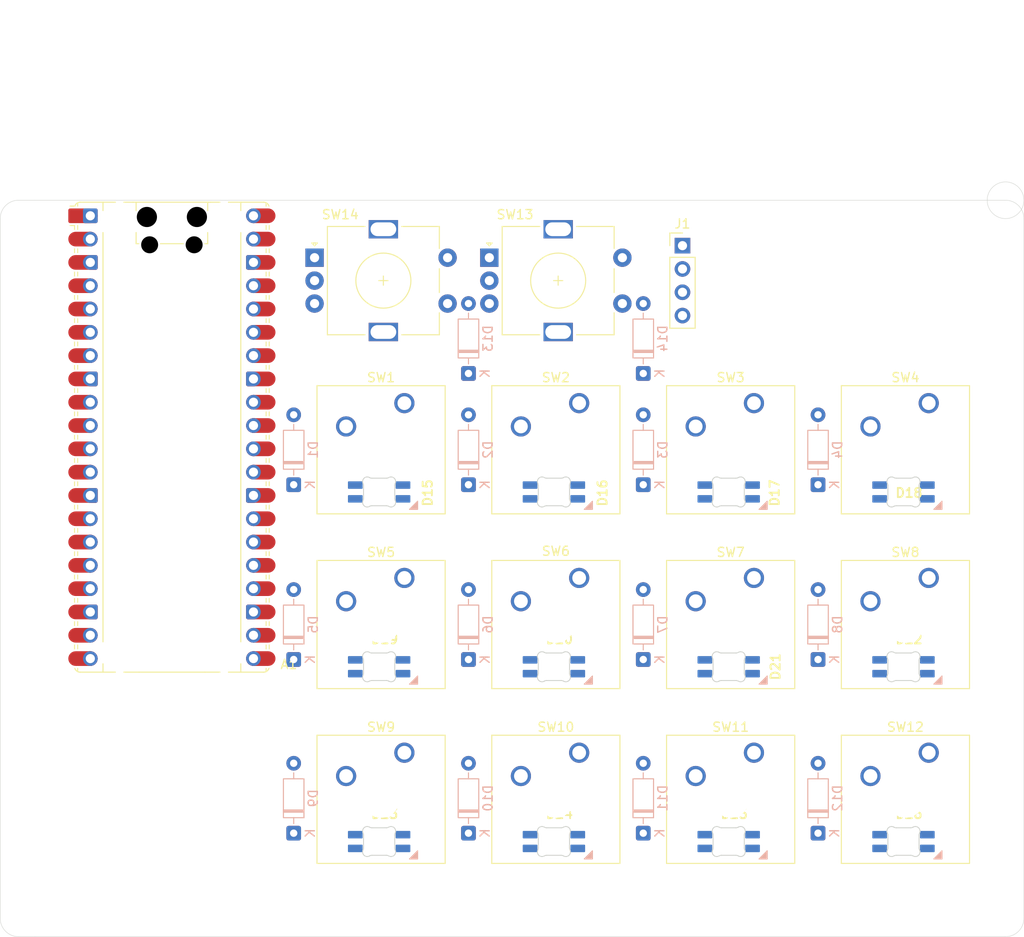
<source format=kicad_pcb>
(kicad_pcb (version 20241229) (generator "pcbnew") (generator_version "9.0")
  (layers (0 "F.Cu" signal) (2 "B.Cu" signal) (13 "F.Paste" user) (15 "B.Paste" user) (5 "F.SilkS" user "F.Silkscreen") (7 "B.SilkS" user "B.Silkscreen") (1 "F.Mask" user) (3 "B.Mask" user) (25 "Edge.Cuts" user))
  (net 0 "")
  (net 3 "REC_A1")
  (net 4 "REC_B2")
  (net 5 "VCC")
  (net 6 "COL3")
  (net 8 "GND")
  (net 12 "ROW2")
  (net 13 "COL0")
  (net 14 "ROW1")
  (net 16 "COL4")
  (net 18 "REC_A2")
  (net 19 "COL2")
  (net 26 "OLED_SCL")
  (net 27 "COL1")
  (net 30 "REC_B1")
  (net 31 "ARGB_DATA")
  (net 32 "OLED_SDA")
  (net 34 "ROW0")
  (net 35 "Net-(D1-A)")
  (net 36 "Net-(D2-A)")
  (net 37 "Net-(D3-A)")
  (net 38 "Net-(D4-A)")
  (net 39 "Net-(D5-A)")
  (net 40 "Net-(D6-A)")
  (net 41 "Net-(D7-A)")
  (net 42 "Net-(D8-A)")
  (net 43 "Net-(D9-A)")
  (net 44 "Net-(D10-A)")
  (net 45 "Net-(D11-A)")
  (net 46 "Net-(D12-A)")
  (net 47 "REC__SW_B2")
  (net 48 "REC__SW_A2")
  (net 49 "Net-(D15-DOUT)")
  (net 50 "Net-(D16-DOUT)")
  (net 51 "Net-(D17-DOUT)")
  (net 52 "Net-(D18-DOUT)")
  (net 53 "Net-(D19-DOUT)")
  (net 54 "Net-(D20-DOUT)")
  (net 55 "Net-(D21-DOUT)")
  (net 56 "Net-(D22-DOUT)")
  (net 57 "Net-(D23-DOUT)")
  (net 58 "Net-(D24-DOUT)")
  (net 59 "Net-(D25-DOUT)")
  (footprint "Button_Switch_Keyboard:SW_Cherry_MX_1.00u_PCB" (layer "F.Cu") (at 158.1 75.96)
    (property "Reference" "SW2" (at -2.54 -2.794 0) (layer "F.SilkS"))
    (property "Value" "SW_Push")
    (pad "" np_thru_hole circle (at -7.62 5.08) (size 1.7 1.7) (drill 1.7) (layers "*.Cu" "*.Mask"))
    (pad "" np_thru_hole circle (at -2.54 5.08) (size 4 4) (drill 4) (layers "*.Cu" "*.Mask"))
    (pad "" np_thru_hole circle (at 2.54 5.08) (size 1.7 1.7) (drill 1.7) (layers "*.Cu" "*.Mask"))
    (pad "1" thru_hole circle (at 0 0) (size 2.2 2.2) (drill 1.5) (layers "*.Cu" "*.Mask") (net 27 "COL1"))
    (pad "2" thru_hole circle (at -6.35 2.54) (size 2.2 2.2) (drill 1.5) (layers "*.Cu" "*.Mask") (net 36 "Net-(D2-A)"))
  )
  (footprint "Button_Switch_Keyboard:SW_Cherry_MX_1.00u_PCB" (layer "F.Cu") (at 158.1 95.01)
    (property "Reference" "SW6" (at -2.54 -2.92 0) (layer "F.SilkS"))
    (property "Value" "SW_Push")
    (pad "" np_thru_hole circle (at -7.62 5.08) (size 1.7 1.7) (drill 1.7) (layers "*.Cu" "*.Mask"))
    (pad "" np_thru_hole circle (at -2.54 5.08) (size 4 4) (drill 4) (layers "*.Cu" "*.Mask"))
    (pad "" np_thru_hole circle (at 2.54 5.08) (size 1.7 1.7) (drill 1.7) (layers "*.Cu" "*.Mask"))
    (pad "1" thru_hole circle (at 0 0) (size 2.2 2.2) (drill 1.5) (layers "*.Cu" "*.Mask") (net 27 "COL1"))
    (pad "2" thru_hole circle (at -6.35 2.54) (size 2.2 2.2) (drill 1.5) (layers "*.Cu" "*.Mask") (net 40 "Net-(D6-A)"))
  )
  (footprint "HackPad:RotaryEncoder_Alps_EC11E-Switch_Vertical_H20mm" (layer "F.Cu") (at 129.26 60.105)
    (property "Reference" "SW14" (at 2.8 -4.7 0) (layer "F.SilkS"))
    (property "Value" "RotaryEncoder_Switch")
    (pad "A" thru_hole rect (at 0 0) (size 2 2) (drill 1) (layers "*.Cu" "*.Mask") (net 4 "REC_B2"))
    (pad "B" thru_hole circle (at 0 5) (size 2 2) (drill 1) (layers "*.Cu" "*.Mask") (net 30 "REC_B1"))
    (pad "C" thru_hole circle (at 0 2.5) (size 2 2) (drill 1) (layers "*.Cu" "*.Mask") (net 8 "GND"))
    (pad "MP" thru_hole rect (at 7.5 -3.1) (size 3.2 2) (drill oval 2.8 1.5) (layers "*.Cu" "*.Mask"))
    (pad "MP" thru_hole rect (at 7.5 8.1) (size 3.2 2) (drill oval 2.8 1.5) (layers "*.Cu" "*.Mask"))
    (pad "S1" thru_hole circle (at 14.5 5) (size 2 2) (drill 1) (layers "*.Cu" "*.Mask") (net 47 "REC__SW_B2"))
    (pad "S2" thru_hole circle (at 14.5 0) (size 2 2) (drill 1) (layers "*.Cu" "*.Mask") (net 16 "COL4"))
  )
  (footprint "HackPad:SK6812MINI-E_fixed" (layer "F.Cu") (at 155.347499 85.742842)
    (property "Reference" "D16" (at 5.292501 0 90) (layer "F.SilkS") (effects (font (thickness 0.2) (bold yes))))
    (property "Value" "SK6812MINI-E")
    (fp_line (start -1.699998 0.6) (end -1.699998 -0.805684) (stroke (width 0.1)) (layer "Edge.Cuts"))
    (fp_line (start -0.794451 -1.602841) (end 0.794454 -1.602841) (stroke (width 0.1)) (layer "Edge.Cuts"))
    (fp_line (start 0.794453 1.397158) (end -0.794451 1.397158) (stroke (width 0.1)) (layer "Edge.Cuts"))
    (fp_line (start 1.7 -0.805684) (end 1.7 0.6) (stroke (width 0.1)) (layer "Edge.Cuts"))
    (fp_arc (start -1.749483 -1.022562) (mid -1.712526 -0.91691) (end -1.699998 -0.805684) (stroke (width 0.1)) (layer "Edge.Cuts"))
    (fp_arc (start -1.749483 -1.022562) (mid -1.63807 -1.606877) (end -1.04671 -1.671141) (stroke (width 0.1)) (layer "Edge.Cuts"))
    (fp_arc (start -1.699998 0.600001) (mid -1.712526 0.711226) (end -1.749483 0.816878) (stroke (width 0.1)) (layer "Edge.Cuts"))
    (fp_arc (start -1.04671 1.465455) (mid -1.638069 1.401192) (end -1.749483 0.816878) (stroke (width 0.1)) (layer "Edge.Cuts"))
    (fp_arc (start -1.046709 1.465457) (mid -0.925121 1.414535) (end -0.794451 1.397158) (stroke (width 0.1)) (layer "Edge.Cuts"))
    (fp_arc (start -0.794452 -1.602842) (mid -0.925122 -1.620219) (end -1.04671 -1.671141) (stroke (width 0.1)) (layer "Edge.Cuts"))
    (fp_arc (start 0.794453 1.397158) (mid 0.925124 1.414535) (end 1.046712 1.465457) (stroke (width 0.1)) (layer "Edge.Cuts"))
    (fp_arc (start 1.046712 -1.67114) (mid 0.925124 -1.620218) (end 0.794454 -1.602841) (stroke (width 0.1)) (layer "Edge.Cuts"))
    (fp_arc (start 1.046712 -1.67114) (mid 1.638072 -1.606876) (end 1.749485 -1.022562) (stroke (width 0.1)) (layer "Edge.Cuts"))
    (fp_arc (start 1.7 -0.805685) (mid 1.712528 -0.91691) (end 1.749485 -1.022562) (stroke (width 0.1)) (layer "Edge.Cuts"))
    (fp_arc (start 1.749485 0.816877) (mid 1.638073 1.401193) (end 1.046712 1.465457) (stroke (width 0.1)) (layer "Edge.Cuts"))
    (fp_arc (start 1.749485 0.816878) (mid 1.712528 0.711226) (end 1.7 0.6) (stroke (width 0.1)) (layer "Edge.Cuts"))
    (pad "1" smd roundrect (at -2.599999 -0.852842 270) (size 0.82 1.6) (layers "B.Cu" "B.Mask" "B.Paste") (roundrect_rratio 0.1) (net 5 "VCC"))
    (pad "2" smd roundrect (at -2.599999 0.647158 270) (size 0.82 1.6) (layers "B.Cu" "B.Mask" "B.Paste") (roundrect_rratio 0.1) (net 50 "Net-(D16-DOUT)"))
    (pad "3" smd roundrect (at 2.600001 0.647158 270) (size 0.82 1.6) (layers "B.Cu" "B.Mask" "B.Paste") (roundrect_rratio 0.1) (net 8 "GND"))
    (pad "4" smd roundrect (at 2.600001 -0.852842 270) (size 0.82 1.6) (layers "B.Cu" "B.Mask" "B.Paste") (roundrect_rratio 0.1) (net 49 "Net-(D15-DOUT)"))
  )
  (footprint "Button_Switch_Keyboard:SW_Cherry_MX_1.00u_PCB" (layer "F.Cu") (at 177.15 114.06)
    (property "Reference" "SW11" (at -2.54 -2.794 0) (layer "F.SilkS"))
    (property "Value" "SW_Push")
    (pad "" np_thru_hole circle (at -7.62 5.08) (size 1.7 1.7) (drill 1.7) (layers "*.Cu" "*.Mask"))
    (pad "" np_thru_hole circle (at -2.54 5.08) (size 4 4) (drill 4) (layers "*.Cu" "*.Mask"))
    (pad "" np_thru_hole circle (at 2.54 5.08) (size 1.7 1.7) (drill 1.7) (layers "*.Cu" "*.Mask"))
    (pad "1" thru_hole circle (at 0 0) (size 2.2 2.2) (drill 1.5) (layers "*.Cu" "*.Mask") (net 19 "COL2"))
    (pad "2" thru_hole circle (at -6.35 2.54) (size 2.2 2.2) (drill 1.5) (layers "*.Cu" "*.Mask") (net 45 "Net-(D11-A)"))
  )
  (footprint "HackPad:SK6812MINI-E_fixed" (layer "F.Cu") (at 136.297499 123.842842)
    (property "Reference" "D23" (at 0.6 -3.1 0) (layer "F.SilkS") (effects (font (thickness 0.2) (bold yes))))
    (property "Value" "SK6812MINI-E")
    (fp_line (start -1.699998 0.6) (end -1.699998 -0.805684) (stroke (width 0.1)) (layer "Edge.Cuts"))
    (fp_line (start -0.794451 -1.602841) (end 0.794454 -1.602841) (stroke (width 0.1)) (layer "Edge.Cuts"))
    (fp_line (start 0.794453 1.397158) (end -0.794451 1.397158) (stroke (width 0.1)) (layer "Edge.Cuts"))
    (fp_line (start 1.7 -0.805684) (end 1.7 0.6) (stroke (width 0.1)) (layer "Edge.Cuts"))
    (fp_arc (start -1.749483 -1.022562) (mid -1.712526 -0.91691) (end -1.699998 -0.805684) (stroke (width 0.1)) (layer "Edge.Cuts"))
    (fp_arc (start -1.749483 -1.022562) (mid -1.63807 -1.606877) (end -1.04671 -1.671141) (stroke (width 0.1)) (layer "Edge.Cuts"))
    (fp_arc (start -1.699998 0.600001) (mid -1.712526 0.711226) (end -1.749483 0.816878) (stroke (width 0.1)) (layer "Edge.Cuts"))
    (fp_arc (start -1.04671 1.465455) (mid -1.638069 1.401192) (end -1.749483 0.816878) (stroke (width 0.1)) (layer "Edge.Cuts"))
    (fp_arc (start -1.046709 1.465457) (mid -0.925121 1.414535) (end -0.794451 1.397158) (stroke (width 0.1)) (layer "Edge.Cuts"))
    (fp_arc (start -0.794452 -1.602842) (mid -0.925122 -1.620219) (end -1.04671 -1.671141) (stroke (width 0.1)) (layer "Edge.Cuts"))
    (fp_arc (start 0.794453 1.397158) (mid 0.925124 1.414535) (end 1.046712 1.465457) (stroke (width 0.1)) (layer "Edge.Cuts"))
    (fp_arc (start 1.046712 -1.67114) (mid 0.925124 -1.620218) (end 0.794454 -1.602841) (stroke (width 0.1)) (layer "Edge.Cuts"))
    (fp_arc (start 1.046712 -1.67114) (mid 1.638072 -1.606876) (end 1.749485 -1.022562) (stroke (width 0.1)) (layer "Edge.Cuts"))
    (fp_arc (start 1.7 -0.805685) (mid 1.712528 -0.91691) (end 1.749485 -1.022562) (stroke (width 0.1)) (layer "Edge.Cuts"))
    (fp_arc (start 1.749485 0.816877) (mid 1.638073 1.401193) (end 1.046712 1.465457) (stroke (width 0.1)) (layer "Edge.Cuts"))
    (fp_arc (start 1.749485 0.816878) (mid 1.712528 0.711226) (end 1.7 0.6) (stroke (width 0.1)) (layer "Edge.Cuts"))
    (pad "1" smd roundrect (at -2.599999 -0.852842 270) (size 0.82 1.6) (layers "B.Cu" "B.Mask" "B.Paste") (roundrect_rratio 0.1) (net 5 "VCC"))
    (pad "2" smd roundrect (at -2.599999 0.647158 270) (size 0.82 1.6) (layers "B.Cu" "B.Mask" "B.Paste") (roundrect_rratio 0.1) (net 57 "Net-(D23-DOUT)"))
    (pad "3" smd roundrect (at 2.600001 0.647158 270) (size 0.82 1.6) (layers "B.Cu" "B.Mask" "B.Paste") (roundrect_rratio 0.1) (net 8 "GND"))
    (pad "4" smd roundrect (at 2.600001 -0.852842 270) (size 0.82 1.6) (layers "B.Cu" "B.Mask" "B.Paste") (roundrect_rratio 0.1) (net 56 "Net-(D22-DOUT)"))
  )
  (footprint "HackPad:SK6812MINI-E_fixed" (layer "F.Cu") (at 174.397499 85.742842)
    (property "Reference" "D17" (at 5 0 90) (layer "F.SilkS") (effects (font (thickness 0.2) (bold yes))))
    (property "Value" "SK6812MINI-E")
    (fp_line (start -1.699998 0.6) (end -1.699998 -0.805684) (stroke (width 0.1)) (layer "Edge.Cuts"))
    (fp_line (start -0.794451 -1.602841) (end 0.794454 -1.602841) (stroke (width 0.1)) (layer "Edge.Cuts"))
    (fp_line (start 0.794453 1.397158) (end -0.794451 1.397158) (stroke (width 0.1)) (layer "Edge.Cuts"))
    (fp_line (start 1.7 -0.805684) (end 1.7 0.6) (stroke (width 0.1)) (layer "Edge.Cuts"))
    (fp_arc (start -1.749483 -1.022562) (mid -1.712526 -0.91691) (end -1.699998 -0.805684) (stroke (width 0.1)) (layer "Edge.Cuts"))
    (fp_arc (start -1.749483 -1.022562) (mid -1.63807 -1.606877) (end -1.04671 -1.671141) (stroke (width 0.1)) (layer "Edge.Cuts"))
    (fp_arc (start -1.699998 0.600001) (mid -1.712526 0.711226) (end -1.749483 0.816878) (stroke (width 0.1)) (layer "Edge.Cuts"))
    (fp_arc (start -1.04671 1.465455) (mid -1.638069 1.401192) (end -1.749483 0.816878) (stroke (width 0.1)) (layer "Edge.Cuts"))
    (fp_arc (start -1.046709 1.465457) (mid -0.925121 1.414535) (end -0.794451 1.397158) (stroke (width 0.1)) (layer "Edge.Cuts"))
    (fp_arc (start -0.794452 -1.602842) (mid -0.925122 -1.620219) (end -1.04671 -1.671141) (stroke (width 0.1)) (layer "Edge.Cuts"))
    (fp_arc (start 0.794453 1.397158) (mid 0.925124 1.414535) (end 1.046712 1.465457) (stroke (width 0.1)) (layer "Edge.Cuts"))
    (fp_arc (start 1.046712 -1.67114) (mid 0.925124 -1.620218) (end 0.794454 -1.602841) (stroke (width 0.1)) (layer "Edge.Cuts"))
    (fp_arc (start 1.046712 -1.67114) (mid 1.638072 -1.606876) (end 1.749485 -1.022562) (stroke (width 0.1)) (layer "Edge.Cuts"))
    (fp_arc (start 1.7 -0.805685) (mid 1.712528 -0.91691) (end 1.749485 -1.022562) (stroke (width 0.1)) (layer "Edge.Cuts"))
    (fp_arc (start 1.749485 0.816877) (mid 1.638073 1.401193) (end 1.046712 1.465457) (stroke (width 0.1)) (layer "Edge.Cuts"))
    (fp_arc (start 1.749485 0.816878) (mid 1.712528 0.711226) (end 1.7 0.6) (stroke (width 0.1)) (layer "Edge.Cuts"))
    (pad "1" smd roundrect (at -2.599999 -0.852842 270) (size 0.82 1.6) (layers "B.Cu" "B.Mask" "B.Paste") (roundrect_rratio 0.1) (net 5 "VCC"))
    (pad "2" smd roundrect (at -2.599999 0.647158 270) (size 0.82 1.6) (layers "B.Cu" "B.Mask" "B.Paste") (roundrect_rratio 0.1) (net 51 "Net-(D17-DOUT)"))
    (pad "3" smd roundrect (at 2.600001 0.647158 270) (size 0.82 1.6) (layers "B.Cu" "B.Mask" "B.Paste") (roundrect_rratio 0.1) (net 8 "GND"))
    (pad "4" smd roundrect (at 2.600001 -0.852842 270) (size 0.82 1.6) (layers "B.Cu" "B.Mask" "B.Paste") (roundrect_rratio 0.1) (net 50 "Net-(D16-DOUT)"))
  )
  (footprint "Button_Switch_Keyboard:SW_Cherry_MX_1.00u_PCB" (layer "F.Cu") (at 158.1 114.06)
    (property "Reference" "SW10" (at -2.54 -2.794 0) (layer "F.SilkS"))
    (property "Value" "SW_Push")
    (pad "" np_thru_hole circle (at -7.62 5.08) (size 1.7 1.7) (drill 1.7) (layers "*.Cu" "*.Mask"))
    (pad "" np_thru_hole circle (at -2.54 5.08) (size 4 4) (drill 4) (layers "*.Cu" "*.Mask"))
    (pad "" np_thru_hole circle (at 2.54 5.08) (size 1.7 1.7) (drill 1.7) (layers "*.Cu" "*.Mask"))
    (pad "1" thru_hole circle (at 0 0) (size 2.2 2.2) (drill 1.5) (layers "*.Cu" "*.Mask") (net 27 "COL1"))
    (pad "2" thru_hole circle (at -6.35 2.54) (size 2.2 2.2) (drill 1.5) (layers "*.Cu" "*.Mask") (net 44 "Net-(D10-A)"))
  )
  (footprint "HackPad:SK6812MINI-E_fixed" (layer "F.Cu") (at 155.347499 123.842842)
    (property "Reference" "D24" (at 0.6 -3.1 0) (layer "F.SilkS") (effects (font (thickness 0.2) (bold yes))))
    (property "Value" "SK6812MINI-E")
    (fp_line (start -1.699998 0.6) (end -1.699998 -0.805684) (stroke (width 0.1)) (layer "Edge.Cuts"))
    (fp_line (start -0.794451 -1.602841) (end 0.794454 -1.602841) (stroke (width 0.1)) (layer "Edge.Cuts"))
    (fp_line (start 0.794453 1.397158) (end -0.794451 1.397158) (stroke (width 0.1)) (layer "Edge.Cuts"))
    (fp_line (start 1.7 -0.805684) (end 1.7 0.6) (stroke (width 0.1)) (layer "Edge.Cuts"))
    (fp_arc (start -1.749483 -1.022562) (mid -1.712526 -0.91691) (end -1.699998 -0.805684) (stroke (width 0.1)) (layer "Edge.Cuts"))
    (fp_arc (start -1.749483 -1.022562) (mid -1.63807 -1.606877) (end -1.04671 -1.671141) (stroke (width 0.1)) (layer "Edge.Cuts"))
    (fp_arc (start -1.699998 0.600001) (mid -1.712526 0.711226) (end -1.749483 0.816878) (stroke (width 0.1)) (layer "Edge.Cuts"))
    (fp_arc (start -1.04671 1.465455) (mid -1.638069 1.401192) (end -1.749483 0.816878) (stroke (width 0.1)) (layer "Edge.Cuts"))
    (fp_arc (start -1.046709 1.465457) (mid -0.925121 1.414535) (end -0.794451 1.397158) (stroke (width 0.1)) (layer "Edge.Cuts"))
    (fp_arc (start -0.794452 -1.602842) (mid -0.925122 -1.620219) (end -1.04671 -1.671141) (stroke (width 0.1)) (layer "Edge.Cuts"))
    (fp_arc (start 0.794453 1.397158) (mid 0.925124 1.414535) (end 1.046712 1.465457) (stroke (width 0.1)) (layer "Edge.Cuts"))
    (fp_arc (start 1.046712 -1.67114) (mid 0.925124 -1.620218) (end 0.794454 -1.602841) (stroke (width 0.1)) (layer "Edge.Cuts"))
    (fp_arc (start 1.046712 -1.67114) (mid 1.638072 -1.606876) (end 1.749485 -1.022562) (stroke (width 0.1)) (layer "Edge.Cuts"))
    (fp_arc (start 1.7 -0.805685) (mid 1.712528 -0.91691) (end 1.749485 -1.022562) (stroke (width 0.1)) (layer "Edge.Cuts"))
    (fp_arc (start 1.749485 0.816877) (mid 1.638073 1.401193) (end 1.046712 1.465457) (stroke (width 0.1)) (layer "Edge.Cuts"))
    (fp_arc (start 1.749485 0.816878) (mid 1.712528 0.711226) (end 1.7 0.6) (stroke (width 0.1)) (layer "Edge.Cuts"))
    (pad "1" smd roundrect (at -2.599999 -0.852842 270) (size 0.82 1.6) (layers "B.Cu" "B.Mask" "B.Paste") (roundrect_rratio 0.1) (net 5 "VCC"))
    (pad "2" smd roundrect (at -2.599999 0.647158 270) (size 0.82 1.6) (layers "B.Cu" "B.Mask" "B.Paste") (roundrect_rratio 0.1) (net 58 "Net-(D24-DOUT)"))
    (pad "3" smd roundrect (at 2.600001 0.647158 270) (size 0.82 1.6) (layers "B.Cu" "B.Mask" "B.Paste") (roundrect_rratio 0.1) (net 8 "GND"))
    (pad "4" smd roundrect (at 2.600001 -0.852842 270) (size 0.82 1.6) (layers "B.Cu" "B.Mask" "B.Paste") (roundrect_rratio 0.1) (net 57 "Net-(D23-DOUT)"))
  )
  (footprint "Button_Switch_Keyboard:SW_Cherry_MX_1.00u_PCB" (layer "F.Cu") (at 139.05 95.01)
    (property "Reference" "SW5" (at -2.54 -2.794 0) (layer "F.SilkS"))
    (property "Value" "SW_Push")
    (pad "" np_thru_hole circle (at -7.62 5.08) (size 1.7 1.7) (drill 1.7) (layers "*.Cu" "*.Mask"))
    (pad "" np_thru_hole circle (at -2.54 5.08) (size 4 4) (drill 4) (layers "*.Cu" "*.Mask"))
    (pad "" np_thru_hole circle (at 2.54 5.08) (size 1.7 1.7) (drill 1.7) (layers "*.Cu" "*.Mask"))
    (pad "1" thru_hole circle (at 0 0) (size 2.2 2.2) (drill 1.5) (layers "*.Cu" "*.Mask") (net 13 "COL0"))
    (pad "2" thru_hole circle (at -6.35 2.54) (size 2.2 2.2) (drill 1.5) (layers "*.Cu" "*.Mask") (net 39 "Net-(D5-A)"))
  )
  (footprint "Button_Switch_Keyboard:SW_Cherry_MX_1.00u_PCB" (layer "F.Cu") (at 196.2 75.96)
    (property "Reference" "SW4" (at -2.54 -2.794 0) (layer "F.SilkS"))
    (property "Value" "SW_Push")
    (pad "" np_thru_hole circle (at -7.62 5.08) (size 1.7 1.7) (drill 1.7) (layers "*.Cu" "*.Mask"))
    (pad "" np_thru_hole circle (at -2.54 5.08) (size 4 4) (drill 4) (layers "*.Cu" "*.Mask"))
    (pad "" np_thru_hole circle (at 2.54 5.08) (size 1.7 1.7) (drill 1.7) (layers "*.Cu" "*.Mask"))
    (pad "1" thru_hole circle (at 0 0) (size 2.2 2.2) (drill 1.5) (layers "*.Cu" "*.Mask") (net 6 "COL3"))
    (pad "2" thru_hole circle (at -6.35 2.54) (size 2.2 2.2) (drill 1.5) (layers "*.Cu" "*.Mask") (net 38 "Net-(D4-A)"))
  )
  (footprint "Connector_PinHeader_2.54mm:PinHeader_1x04_P2.54mm_Vertical" (layer "F.Cu") (at 169.36 58.795)
    (property "Reference" "J1" (at 0 -2.38 0) (layer "F.SilkS"))
    (property "Value" "Conn_01x04_Pin")
    (pad "1" thru_hole rect (at 0 0) (size 1.7 1.7) (drill 1) (layers "*.Cu" "*.Mask") (net 32 "OLED_SDA"))
    (pad "2" thru_hole circle (at 0 2.54) (size 1.7 1.7) (drill 1) (layers "*.Cu" "*.Mask") (net 26 "OLED_SCL"))
    (pad "3" thru_hole circle (at 0 5.08) (size 1.7 1.7) (drill 1) (layers "*.Cu" "*.Mask") (net 5 "VCC"))
    (pad "4" thru_hole circle (at 0 7.62) (size 1.7 1.7) (drill 1) (layers "*.Cu" "*.Mask") (net 8 "GND"))
  )
  (footprint "HackPad:SK6812MINI-E_fixed" (layer "F.Cu") (at 193.447499 85.742842)
    (property "Reference" "D18" (at 0.6 0 0) (layer "F.SilkS") (effects (font (thickness 0.2) (bold yes))))
    (property "Value" "SK6812MINI-E")
    (fp_line (start -1.699998 0.6) (end -1.699998 -0.805684) (stroke (width 0.1)) (layer "Edge.Cuts"))
    (fp_line (start -0.794451 -1.602841) (end 0.794454 -1.602841) (stroke (width 0.1)) (layer "Edge.Cuts"))
    (fp_line (start 0.794453 1.397158) (end -0.794451 1.397158) (stroke (width 0.1)) (layer "Edge.Cuts"))
    (fp_line (start 1.7 -0.805684) (end 1.7 0.6) (stroke (width 0.1)) (layer "Edge.Cuts"))
    (fp_arc (start -1.749483 -1.022562) (mid -1.712526 -0.91691) (end -1.699998 -0.805684) (stroke (width 0.1)) (layer "Edge.Cuts"))
    (fp_arc (start -1.749483 -1.022562) (mid -1.63807 -1.606877) (end -1.04671 -1.671141) (stroke (width 0.1)) (layer "Edge.Cuts"))
    (fp_arc (start -1.699998 0.600001) (mid -1.712526 0.711226) (end -1.749483 0.816878) (stroke (width 0.1)) (layer "Edge.Cuts"))
    (fp_arc (start -1.04671 1.465455) (mid -1.638069 1.401192) (end -1.749483 0.816878) (stroke (width 0.1)) (layer "Edge.Cuts"))
    (fp_arc (start -1.046709 1.465457) (mid -0.925121 1.414535) (end -0.794451 1.397158) (stroke (width 0.1)) (layer "Edge.Cuts"))
    (fp_arc (start -0.794452 -1.602842) (mid -0.925122 -1.620219) (end -1.04671 -1.671141) (stroke (width 0.1)) (layer "Edge.Cuts"))
    (fp_arc (start 0.794453 1.397158) (mid 0.925124 1.414535) (end 1.046712 1.465457) (stroke (width 0.1)) (layer "Edge.Cuts"))
    (fp_arc (start 1.046712 -1.67114) (mid 0.925124 -1.620218) (end 0.794454 -1.602841) (stroke (width 0.1)) (layer "Edge.Cuts"))
    (fp_arc (start 1.046712 -1.67114) (mid 1.638072 -1.606876) (end 1.749485 -1.022562) (stroke (width 0.1)) (layer "Edge.Cuts"))
    (fp_arc (start 1.7 -0.805685) (mid 1.712528 -0.91691) (end 1.749485 -1.022562) (stroke (width 0.1)) (layer "Edge.Cuts"))
    (fp_arc (start 1.749485 0.816877) (mid 1.638073 1.401193) (end 1.046712 1.465457) (stroke (width 0.1)) (layer "Edge.Cuts"))
    (fp_arc (start 1.749485 0.816878) (mid 1.712528 0.711226) (end 1.7 0.6) (stroke (width 0.1)) (layer "Edge.Cuts"))
    (pad "1" smd roundrect (at -2.599999 -0.852842 270) (size 0.82 1.6) (layers "B.Cu" "B.Mask" "B.Paste") (roundrect_rratio 0.1) (net 5 "VCC"))
    (pad "2" smd roundrect (at -2.599999 0.647158 270) (size 0.82 1.6) (layers "B.Cu" "B.Mask" "B.Paste") (roundrect_rratio 0.1) (net 52 "Net-(D18-DOUT)"))
    (pad "3" smd roundrect (at 2.600001 0.647158 270) (size 0.82 1.6) (layers "B.Cu" "B.Mask" "B.Paste") (roundrect_rratio 0.1) (net 8 "GND"))
    (pad "4" smd roundrect (at 2.600001 -0.852842 270) (size 0.82 1.6) (layers "B.Cu" "B.Mask" "B.Paste") (roundrect_rratio 0.1) (net 51 "Net-(D17-DOUT)"))
  )
  (footprint "HackPad:SK6812MINI-E_fixed" (layer "F.Cu") (at 136.297499 85.742842)
    (property "Reference" "D15" (at 5.292501 0 90) (layer "F.SilkS") (effects (font (thickness 0.2) (bold yes))))
    (property "Value" "SK6812MINI-E")
    (fp_line (start -1.699998 0.6) (end -1.699998 -0.805684) (stroke (width 0.1)) (layer "Edge.Cuts"))
    (fp_line (start -0.794451 -1.602841) (end 0.794454 -1.602841) (stroke (width 0.1)) (layer "Edge.Cuts"))
    (fp_line (start 0.794453 1.397158) (end -0.794451 1.397158) (stroke (width 0.1)) (layer "Edge.Cuts"))
    (fp_line (start 1.7 -0.805684) (end 1.7 0.6) (stroke (width 0.1)) (layer "Edge.Cuts"))
    (fp_arc (start -1.749483 -1.022562) (mid -1.712526 -0.91691) (end -1.699998 -0.805684) (stroke (width 0.1)) (layer "Edge.Cuts"))
    (fp_arc (start -1.749483 -1.022562) (mid -1.63807 -1.606877) (end -1.04671 -1.671141) (stroke (width 0.1)) (layer "Edge.Cuts"))
    (fp_arc (start -1.699998 0.600001) (mid -1.712526 0.711226) (end -1.749483 0.816878) (stroke (width 0.1)) (layer "Edge.Cuts"))
    (fp_arc (start -1.04671 1.465455) (mid -1.638069 1.401192) (end -1.749483 0.816878) (stroke (width 0.1)) (layer "Edge.Cuts"))
    (fp_arc (start -1.046709 1.465457) (mid -0.925121 1.414535) (end -0.794451 1.397158) (stroke (width 0.1)) (layer "Edge.Cuts"))
    (fp_arc (start -0.794452 -1.602842) (mid -0.925122 -1.620219) (end -1.04671 -1.671141) (stroke (width 0.1)) (layer "Edge.Cuts"))
    (fp_arc (start 0.794453 1.397158) (mid 0.925124 1.414535) (end 1.046712 1.465457) (stroke (width 0.1)) (layer "Edge.Cuts"))
    (fp_arc (start 1.046712 -1.67114) (mid 0.925124 -1.620218) (end 0.794454 -1.602841) (stroke (width 0.1)) (layer "Edge.Cuts"))
    (fp_arc (start 1.046712 -1.67114) (mid 1.638072 -1.606876) (end 1.749485 -1.022562) (stroke (width 0.1)) (layer "Edge.Cuts"))
    (fp_arc (start 1.7 -0.805685) (mid 1.712528 -0.91691) (end 1.749485 -1.022562) (stroke (width 0.1)) (layer "Edge.Cuts"))
    (fp_arc (start 1.749485 0.816877) (mid 1.638073 1.401193) (end 1.046712 1.465457) (stroke (width 0.1)) (layer "Edge.Cuts"))
    (fp_arc (start 1.749485 0.816878) (mid 1.712528 0.711226) (end 1.7 0.6) (stroke (width 0.1)) (layer "Edge.Cuts"))
    (pad "1" smd roundrect (at -2.599999 -0.852842 270) (size 0.82 1.6) (layers "B.Cu" "B.Mask" "B.Paste") (roundrect_rratio 0.1) (net 5 "VCC"))
    (pad "2" smd roundrect (at -2.599999 0.647158 270) (size 0.82 1.6) (layers "B.Cu" "B.Mask" "B.Paste") (roundrect_rratio 0.1) (net 49 "Net-(D15-DOUT)"))
    (pad "3" smd roundrect (at 2.600001 0.647158 270) (size 0.82 1.6) (layers "B.Cu" "B.Mask" "B.Paste") (roundrect_rratio 0.1) (net 8 "GND"))
    (pad "4" smd roundrect (at 2.600001 -0.852842 270) (size 0.82 1.6) (layers "B.Cu" "B.Mask" "B.Paste") (roundrect_rratio 0.1) (net 31 "ARGB_DATA"))
  )
  (footprint "Button_Switch_Keyboard:SW_Cherry_MX_1.00u_PCB" (layer "F.Cu") (at 177.15 95.01)
    (property "Reference" "SW7" (at -2.54 -2.794 0) (layer "F.SilkS"))
    (property "Value" "SW_Push")
    (pad "" np_thru_hole circle (at -7.62 5.08) (size 1.7 1.7) (drill 1.7) (layers "*.Cu" "*.Mask"))
    (pad "" np_thru_hole circle (at -2.54 5.08) (size 4 4) (drill 4) (layers "*.Cu" "*.Mask"))
    (pad "" np_thru_hole circle (at 2.54 5.08) (size 1.7 1.7) (drill 1.7) (layers "*.Cu" "*.Mask"))
    (pad "1" thru_hole circle (at 0 0) (size 2.2 2.2) (drill 1.5) (layers "*.Cu" "*.Mask") (net 19 "COL2"))
    (pad "2" thru_hole circle (at -6.35 2.54) (size 2.2 2.2) (drill 1.5) (layers "*.Cu" "*.Mask") (net 41 "Net-(D7-A)"))
  )
  (footprint "HackPad:SK6812MINI-E_fixed" (layer "F.Cu") (at 174.397499 123.842842)
    (property "Reference" "D25" (at 0.6 -3.1 0) (layer "F.SilkS") (effects (font (thickness 0.2) (bold yes))))
    (property "Value" "SK6812MINI-E")
    (fp_line (start -1.699998 0.6) (end -1.699998 -0.805684) (stroke (width 0.1)) (layer "Edge.Cuts"))
    (fp_line (start -0.794451 -1.602841) (end 0.794454 -1.602841) (stroke (width 0.1)) (layer "Edge.Cuts"))
    (fp_line (start 0.794453 1.397158) (end -0.794451 1.397158) (stroke (width 0.1)) (layer "Edge.Cuts"))
    (fp_line (start 1.7 -0.805684) (end 1.7 0.6) (stroke (width 0.1)) (layer "Edge.Cuts"))
    (fp_arc (start -1.749483 -1.022562) (mid -1.712526 -0.91691) (end -1.699998 -0.805684) (stroke (width 0.1)) (layer "Edge.Cuts"))
    (fp_arc (start -1.749483 -1.022562) (mid -1.63807 -1.606877) (end -1.04671 -1.671141) (stroke (width 0.1)) (layer "Edge.Cuts"))
    (fp_arc (start -1.699998 0.600001) (mid -1.712526 0.711226) (end -1.749483 0.816878) (stroke (width 0.1)) (layer "Edge.Cuts"))
    (fp_arc (start -1.04671 1.465455) (mid -1.638069 1.401192) (end -1.749483 0.816878) (stroke (width 0.1)) (layer "Edge.Cuts"))
    (fp_arc (start -1.046709 1.465457) (mid -0.925121 1.414535) (end -0.794451 1.397158) (stroke (width 0.1)) (layer "Edge.Cuts"))
    (fp_arc (start -0.794452 -1.602842) (mid -0.925122 -1.620219) (end -1.04671 -1.671141) (stroke (width 0.1)) (layer "Edge.Cuts"))
    (fp_arc (start 0.794453 1.397158) (mid 0.925124 1.414535) (end 1.046712 1.465457) (stroke (width 0.1)) (layer "Edge.Cuts"))
    (fp_arc (start 1.046712 -1.67114) (mid 0.925124 -1.620218) (end 0.794454 -1.602841) (stroke (width 0.1)) (layer "Edge.Cuts"))
    (fp_arc (start 1.046712 -1.67114) (mid 1.638072 -1.606876) (end 1.749485 -1.022562) (stroke (width 0.1)) (layer "Edge.Cuts"))
    (fp_arc (start 1.7 -0.805685) (mid 1.712528 -0.91691) (end 1.749485 -1.022562) (stroke (width 0.1)) (layer "Edge.Cuts"))
    (fp_arc (start 1.749485 0.816877) (mid 1.638073 1.401193) (end 1.046712 1.465457) (stroke (width 0.1)) (layer "Edge.Cuts"))
    (fp_arc (start 1.749485 0.816878) (mid 1.712528 0.711226) (end 1.7 0.6) (stroke (width 0.1)) (layer "Edge.Cuts"))
    (pad "1" smd roundrect (at -2.599999 -0.852842 270) (size 0.82 1.6) (layers "B.Cu" "B.Mask" "B.Paste") (roundrect_rratio 0.1) (net 5 "VCC"))
    (pad "2" smd roundrect (at -2.599999 0.647158 270) (size 0.82 1.6) (layers "B.Cu" "B.Mask" "B.Paste") (roundrect_rratio 0.1) (net 59 "Net-(D25-DOUT)"))
    (pad "3" smd roundrect (at 2.600001 0.647158 270) (size 0.82 1.6) (layers "B.Cu" "B.Mask" "B.Paste") (roundrect_rratio 0.1) (net 8 "GND"))
    (pad "4" smd roundrect (at 2.600001 -0.852842 270) (size 0.82 1.6) (layers "B.Cu" "B.Mask" "B.Paste") (roundrect_rratio 0.1) (net 58 "Net-(D24-DOUT)"))
  )
  (footprint "Module:RaspberryPi_Pico_Common_Unspecified" (layer "F.Cu") (at 113.71 79.67)
    (property "Reference" "A1" (at 11.7475 24.765 0) (layer "F.SilkS") (effects (justify left)))
    (property "Value" "RaspberryPi_Pico")
    (pad "" np_thru_hole circle (at -2.725 -24) (size 2.2 2.2) (drill 2.2) (layers "*.Mask"))
    (pad "" np_thru_hole circle (at -2.425 -20.97) (size 1.85 1.85) (drill 1.85) (layers "*.Mask"))
    (pad "" np_thru_hole circle (at 2.425 -20.97) (size 1.85 1.85) (drill 1.85) (layers "*.Mask"))
    (pad "" np_thru_hole circle (at 2.725 -24) (size 2.2 2.2) (drill 2.2) (layers "*.Mask"))
    (pad "1" smd custom (at -9.69 -24.13) (size 1.6 0.8) (layers "F.Cu" "F.Mask") (net 34 "ROW0") (options (clearance outline) (anchor rect)) (primitives (gr_circle (center 0.8 0) (end 1.6 0) (width 0) (fill yes)) (gr_poly (pts (xy -1.6 -0.6) (xy -1.6 0.6) (xy -1.4 0.8) (xy 0.8 0.8) (xy 0.8 -0.8) (xy -1.4 -0.8)) (width 0) (fill yes)) (gr_circle (center -1.4 -0.6) (end -1.2 -0.6) (width 0) (fill yes)) (gr_circle (center -1.4 0.6) (end -1.2 0.6) (width 0) (fill yes))))
    (pad "1" thru_hole roundrect (at -8.89 -24.13) (size 1.6 1.6) (drill 1) (layers "*.Cu" "*.Mask") (roundrect_rratio 0.125) (net 34 "ROW0"))
    (pad "2" smd roundrect (at -9.69 -21.59) (size 3.2 1.6) (layers "F.Cu" "F.Mask") (roundrect_rratio 0.5) (net 14 "ROW1"))
    (pad "2" thru_hole circle (at -8.89 -21.59) (size 1.6 1.6) (drill 1) (layers "*.Cu" "*.Mask") (net 14 "ROW1"))
    (pad "3" smd custom (at -9.69 -19.05) (size 1.6 0.8) (layers "F.Cu" "F.Mask") (net 8 "GND") (options (clearance outline) (anchor rect)) (primitives (gr_circle (center -0.8 0) (end 0 0) (width 0) (fill yes)) (gr_poly (pts (xy 1.6 -0.6) (xy 1.6 0.6) (xy 1.4 0.8) (xy -0.8 0.8) (xy -0.8 -0.8) (xy 1.4 -0.8)) (width 0) (fill yes)) (gr_circle (center 1.4 -0.6) (end 1.6 -0.6) (width 0) (fill yes)) (gr_circle (center 1.4 0.6) (end 1.6 0.6) (width 0) (fill yes))))
    (pad "3" thru_hole custom (at -8.89 -19.05) (size 1.6 1.6) (drill 1) (layers "*.Cu" "*.Mask") (net 8 "GND") (options (clearance outline) (anchor circle)) (primitives (gr_poly (pts (xy 0.8 0.6) (xy 0.8 -0.6) (xy 0.6 -0.8) (xy 0 -0.8) (xy 0 0.8) (xy 0.6 0.8)) (width 0) (fill yes)) (gr_circle (center 0.6 0.6) (end 0.8 0.6) (width 0) (fill yes)) (gr_circle (center 0.6 -0.6) (end 0.8 -0.6) (width 0) (fill yes))))
    (pad "4" smd roundrect (at -9.69 -16.51) (size 3.2 1.6) (layers "F.Cu" "F.Mask") (roundrect_rratio 0.5) (net 12 "ROW2"))
    (pad "4" thru_hole circle (at -8.89 -16.51) (size 1.6 1.6) (drill 1) (layers "*.Cu" "*.Mask") (net 12 "ROW2"))
    (pad "5" smd roundrect (at -9.69 -13.97) (size 3.2 1.6) (layers "F.Cu" "F.Mask") (roundrect_rratio 0.5) (net 13 "COL0"))
    (pad "5" thru_hole circle (at -8.89 -13.97) (size 1.6 1.6) (drill 1) (layers "*.Cu" "*.Mask") (net 13 "COL0"))
    (pad "6" smd roundrect (at -9.69 -11.43) (size 3.2 1.6) (layers "F.Cu" "F.Mask") (roundrect_rratio 0.5) (net 27 "COL1"))
    (pad "6" thru_hole circle (at -8.89 -11.43) (size 1.6 1.6) (drill 1) (layers "*.Cu" "*.Mask") (net 27 "COL1"))
    (pad "7" smd roundrect (at -9.69 -8.89) (size 3.2 1.6) (layers "F.Cu" "F.Mask") (roundrect_rratio 0.5) (net 19 "COL2"))
    (pad "7" thru_hole circle (at -8.89 -8.89) (size 1.6 1.6) (drill 1) (layers "*.Cu" "*.Mask") (net 19 "COL2"))
    (pad "8" smd custom (at -9.69 -6.35) (size 1.6 0.8) (layers "F.Cu" "F.Mask") (net 8 "GND") (options (clearance outline) (anchor rect)) (primitives (gr_circle (center -0.8 0) (end 0 0) (width 0) (fill yes)) (gr_poly (pts (xy 1.6 -0.6) (xy 1.6 0.6) (xy 1.4 0.8) (xy -0.8 0.8) (xy -0.8 -0.8) (xy 1.4 -0.8)) (width 0) (fill yes)) (gr_circle (center 1.4 -0.6) (end 1.6 -0.6) (width 0) (fill yes)) (gr_circle (center 1.4 0.6) (end 1.6 0.6) (width 0) (fill yes))))
    (pad "8" thru_hole custom (at -8.89 -6.35) (size 1.6 1.6) (drill 1) (layers "*.Cu" "*.Mask") (net 8 "GND") (options (clearance outline) (anchor circle)) (primitives (gr_poly (pts (xy 0.8 0.6) (xy 0.8 -0.6) (xy 0.6 -0.8) (xy 0 -0.8) (xy 0 0.8) (xy 0.6 0.8)) (width 0) (fill yes)) (gr_circle (center 0.6 0.6) (end 0.8 0.6) (width 0) (fill yes)) (gr_circle (center 0.6 -0.6) (end 0.8 -0.6) (width 0) (fill yes))))
    (pad "9" smd roundrect (at -9.69 -3.81) (size 3.2 1.6) (layers "F.Cu" "F.Mask") (roundrect_rratio 0.5) (net 6 "COL3"))
    (pad "9" thru_hole circle (at -8.89 -3.81) (size 1.6 1.6) (drill 1) (layers "*.Cu" "*.Mask") (net 6 "COL3"))
    (pad "10" smd roundrect (at -9.69 -1.27) (size 3.2 1.6) (layers "F.Cu" "F.Mask") (roundrect_rratio 0.5) (net 16 "COL4"))
    (pad "10" thru_hole circle (at -8.89 -1.27) (size 1.6 1.6) (drill 1) (layers "*.Cu" "*.Mask") (net 16 "COL4"))
    (pad "11" smd roundrect (at -9.69 1.27) (size 3.2 1.6) (layers "F.Cu" "F.Mask") (roundrect_rratio 0.5) (net 3 "REC_A1"))
    (pad "11" thru_hole circle (at -8.89 1.27) (size 1.6 1.6) (drill 1) (layers "*.Cu" "*.Mask") (net 3 "REC_A1"))
    (pad "12" smd roundrect (at -9.69 3.81) (size 3.2 1.6) (layers "F.Cu" "F.Mask") (roundrect_rratio 0.5) (net 18 "REC_A2"))
    (pad "12" thru_hole circle (at -8.89 3.81) (size 1.6 1.6) (drill 1) (layers "*.Cu" "*.Mask") (net 18 "REC_A2"))
    (pad "13" smd custom (at -9.69 6.35) (size 1.6 0.8) (layers "F.Cu" "F.Mask") (net 8 "GND") (options (clearance outline) (anchor rect)) (primitives (gr_circle (center -0.8 0) (end 0 0) (width 0) (fill yes)) (gr_poly (pts (xy 1.6 -0.6) (xy 1.6 0.6) (xy 1.4 0.8) (xy -0.8 0.8) (xy -0.8 -0.8) (xy 1.4 -0.8)) (width 0) (fill yes)) (gr_circle (center 1.4 -0.6) (end 1.6 -0.6) (width 0) (fill yes)) (gr_circle (center 1.4 0.6) (end 1.6 0.6) (width 0) (fill yes))))
    (pad "13" thru_hole custom (at -8.89 6.35) (size 1.6 1.6) (drill 1) (layers "*.Cu" "*.Mask") (net 8 "GND") (options (clearance outline) (anchor circle)) (primitives (gr_poly (pts (xy 0.8 0.6) (xy 0.8 -0.6) (xy 0.6 -0.8) (xy 0 -0.8) (xy 0 0.8) (xy 0.6 0.8)) (width 0) (fill yes)) (gr_circle (center 0.6 0.6) (end 0.8 0.6) (width 0) (fill yes)) (gr_circle (center 0.6 -0.6) (end 0.8 -0.6) (width 0) (fill yes))))
    (pad "14" smd roundrect (at -9.69 8.89) (size 3.2 1.6) (layers "F.Cu" "F.Mask") (roundrect_rratio 0.5) (net 30 "REC_B1"))
    (pad "14" thru_hole circle (at -8.89 8.89) (size 1.6 1.6) (drill 1) (layers "*.Cu" "*.Mask") (net 30 "REC_B1"))
    (pad "15" smd roundrect (at -9.69 11.43) (size 3.2 1.6) (layers "F.Cu" "F.Mask") (roundrect_rratio 0.5) (net 4 "REC_B2"))
    (pad "15" thru_hole circle (at -8.89 11.43) (size 1.6 1.6) (drill 1) (layers "*.Cu" "*.Mask") (net 4 "REC_B2"))
    (pad "16" smd roundrect (at -9.69 13.97) (size 3.2 1.6) (layers "F.Cu" "F.Mask") (roundrect_rratio 0.5) (net 31 "ARGB_DATA"))
    (pad "16" thru_hole circle (at -8.89 13.97) (size 1.6 1.6) (drill 1) (layers "*.Cu" "*.Mask") (net 31 "ARGB_DATA"))
    (pad "17" smd roundrect (at -9.69 16.51) (size 3.2 1.6) (layers "F.Cu" "F.Mask") (roundrect_rratio 0.5))
    (pad "17" thru_hole circle (at -8.89 16.51) (size 1.6 1.6) (drill 1) (layers "*.Cu" "*.Mask"))
    (pad "18" smd custom (at -9.69 19.05) (size 1.6 0.8) (layers "F.Cu" "F.Mask") (net 8 "GND") (options (clearance outline) (anchor rect)) (primitives (gr_circle (center -0.8 0) (end 0 0) (width 0) (fill yes)) (gr_poly (pts (xy 1.6 -0.6) (xy 1.6 0.6) (xy 1.4 0.8) (xy -0.8 0.8) (xy -0.8 -0.8) (xy 1.4 -0.8)) (width 0) (fill yes)) (gr_circle (center 1.4 -0.6) (end 1.6 -0.6) (width 0) (fill yes)) (gr_circle (center 1.4 0.6) (end 1.6 0.6) (width 0) (fill yes))))
    (pad "18" thru_hole custom (at -8.89 19.05) (size 1.6 1.6) (drill 1) (layers "*.Cu" "*.Mask") (net 8 "GND") (options (clearance outline) (anchor circle)) (primitives (gr_poly (pts (xy 0.8 0.6) (xy 0.8 -0.6) (xy 0.6 -0.8) (xy 0 -0.8) (xy 0 0.8) (xy 0.6 0.8)) (width 0) (fill yes)) (gr_circle (center 0.6 0.6) (end 0.8 0.6) (width 0) (fill yes)) (gr_circle (center 0.6 -0.6) (end 0.8 -0.6) (width 0) (fill yes))))
    (pad "19" smd roundrect (at -9.69 21.59) (size 3.2 1.6) (layers "F.Cu" "F.Mask") (roundrect_rratio 0.5) (net 32 "OLED_SDA"))
    (pad "19" thru_hole circle (at -8.89 21.59) (size 1.6 1.6) (drill 1) (layers "*.Cu" "*.Mask") (net 32 "OLED_SDA"))
    (pad "20" smd roundrect (at -9.69 24.13) (size 3.2 1.6) (layers "F.Cu" "F.Mask") (roundrect_rratio 0.5) (net 26 "OLED_SCL"))
    (pad "20" thru_hole circle (at -8.89 24.13) (size 1.6 1.6) (drill 1) (layers "*.Cu" "*.Mask") (net 26 "OLED_SCL"))
    (pad "21" thru_hole circle (at 8.89 24.13) (size 1.6 1.6) (drill 1) (layers "*.Cu" "*.Mask"))
    (pad "21" smd roundrect (at 9.69 24.13) (size 3.2 1.6) (layers "F.Cu" "F.Mask") (roundrect_rratio 0.5))
    (pad "22" thru_hole circle (at 8.89 21.59) (size 1.6 1.6) (drill 1) (layers "*.Cu" "*.Mask"))
    (pad "22" smd roundrect (at 9.69 21.59) (size 3.2 1.6) (layers "F.Cu" "F.Mask") (roundrect_rratio 0.5))
    (pad "23" thru_hole custom (at 8.89 19.05) (size 1.6 1.6) (drill 1) (layers "*.Cu" "*.Mask") (net 8 "GND") (options (clearance outline) (anchor circle)) (primitives (gr_poly (pts (xy -0.8 0.6) (xy -0.8 -0.6) (xy -0.6 -0.8) (xy 0 -0.8) (xy 0 0.8) (xy -0.6 0.8)) (width 0) (fill yes)) (gr_circle (center -0.6 0.6) (end -0.4 0.6) (width 0) (fill yes)) (gr_circle (center -0.6 -0.6) (end -0.4 -0.6) (width 0) (fill yes))))
    (pad "23" smd custom (at 9.69 19.05) (size 1.6 0.8) (layers "F.Cu" "F.Mask") (net 8 "GND") (options (clearance outline) (anchor rect)) (primitives (gr_circle (center 0.8 0) (end 1.6 0) (width 0) (fill yes)) (gr_poly (pts (xy -1.6 -0.6) (xy -1.6 0.6) (xy -1.4 0.8) (xy 0.8 0.8) (xy 0.8 -0.8) (xy -1.4 -0.8)) (width 0) (fill yes)) (gr_circle (center -1.4 -0.6) (end -1.2 -0.6) (width 0) (fill yes)) (gr_circle (center -1.4 0.6) (end -1.2 0.6) (width 0) (fill yes))))
    (pad "24" thru_hole circle (at 8.89 16.51) (size 1.6 1.6) (drill 1) (layers "*.Cu" "*.Mask"))
    (pad "24" smd roundrect (at 9.69 16.51) (size 3.2 1.6) (layers "F.Cu" "F.Mask") (roundrect_rratio 0.5))
    (pad "25" thru_hole circle (at 8.89 13.97) (size 1.6 1.6) (drill 1) (layers "*.Cu" "*.Mask"))
    (pad "25" smd roundrect (at 9.69 13.97) (size 3.2 1.6) (layers "F.Cu" "F.Mask") (roundrect_rratio 0.5))
    (pad "26" thru_hole circle (at 8.89 11.43) (size 1.6 1.6) (drill 1) (layers "*.Cu" "*.Mask"))
    (pad "26" smd roundrect (at 9.69 11.43) (size 3.2 1.6) (layers "F.Cu" "F.Mask") (roundrect_rratio 0.5))
    (pad "27" thru_hole circle (at 8.89 8.89) (size 1.6 1.6) (drill 1) (layers "*.Cu" "*.Mask"))
    (pad "27" smd roundrect (at 9.69 8.89) (size 3.2 1.6) (layers "F.Cu" "F.Mask") (roundrect_rratio 0.5))
    (pad "28" thru_hole custom (at 8.89 6.35) (size 1.6 1.6) (drill 1) (layers "*.Cu" "*.Mask") (net 8 "GND") (options (clearance outline) (anchor circle)) (primitives (gr_poly (pts (xy -0.8 0.6) (xy -0.8 -0.6) (xy -0.6 -0.8) (xy 0 -0.8) (xy 0 0.8) (xy -0.6 0.8)) (width 0) (fill yes)) (gr_circle (center -0.6 0.6) (end -0.4 0.6) (width 0) (fill yes)) (gr_circle (center -0.6 -0.6) (end -0.4 -0.6) (width 0) (fill yes))))
    (pad "28" smd custom (at 9.69 6.35) (size 1.6 0.8) (layers "F.Cu" "F.Mask") (net 8 "GND") (options (clearance outline) (anchor rect)) (primitives (gr_circle (center 0.8 0) (end 1.6 0) (width 0) (fill yes)) (gr_poly (pts (xy -1.6 -0.6) (xy -1.6 0.6) (xy -1.4 0.8) (xy 0.8 0.8) (xy 0.8 -0.8) (xy -1.4 -0.8)) (width 0) (fill yes)) (gr_circle (center -1.4 -0.6) (end -1.2 -0.6) (width 0) (fill yes)) (gr_circle (center -1.4 0.6) (end -1.2 0.6) (width 0) (fill yes))))
    (pad "29" thru_hole circle (at 8.89 3.81) (size 1.6 1.6) (drill 1) (layers "*.Cu" "*.Mask"))
    (pad "29" smd roundrect (at 9.69 3.81) (size 3.2 1.6) (layers "F.Cu" "F.Mask") (roundrect_rratio 0.5))
    (pad "30" thru_hole circle (at 8.89 1.27) (size 1.6 1.6) (drill 1) (layers "*.Cu" "*.Mask"))
    (pad "30" smd roundrect (at 9.69 1.27) (size 3.2 1.6) (layers "F.Cu" "F.Mask") (roundrect_rratio 0.5))
    (pad "31" thru_hole circle (at 8.89 -1.27) (size 1.6 1.6) (drill 1) (layers "*.Cu" "*.Mask"))
    (pad "31" smd roundrect (at 9.69 -1.27) (size 3.2 1.6) (layers "F.Cu" "F.Mask") (roundrect_rratio 0.5))
    (pad "32" thru_hole circle (at 8.89 -3.81) (size 1.6 1.6) (drill 1) (layers "*.Cu" "*.Mask"))
    (pad "32" smd roundrect (at 9.69 -3.81) (size 3.2 1.6) (layers "F.Cu" "F.Mask") (roundrect_rratio 0.5))
    (pad "33" thru_hole custom (at 8.89 -6.35) (size 1.6 1.6) (drill 1) (layers "*.Cu" "*.Mask") (options (clearance outline) (anchor circle)) (primitives (gr_poly (pts (xy -0.8 0.6) (xy -0.8 -0.6) (xy -0.6 -0.8) (xy 0 -0.8) (xy 0 0.8) (xy -0.6 0.8)) (width 0) (fill yes)) (gr_circle (center -0.6 0.6) (end -0.4 0.6) (width 0) (fill yes)) (gr_circle (center -0.6 -0.6) (end -0.4 -0.6) (width 0) (fill yes))))
    (pad "33" smd custom (at 9.69 -6.35) (size 1.6 0.8) (layers "F.Cu" "F.Mask") (options (clearance outline) (anchor rect)) (primitives (gr_circle (center 0.8 0) (end 1.6 0) (width 0) (fill yes)) (gr_poly (pts (xy -1.6 -0.6) (xy -1.6 0.6) (xy -1.4 0.8) (xy 0.8 0.8) (xy 0.8 -0.8) (xy -1.4 -0.8)) (width 0) (fill yes)) (gr_circle (center -1.4 -0.6) (end -1.2 -0.6) (width 0) (fill yes)) (gr_circle (center -1.4 0.6) (end -1.2 0.6) (width 0) (fill yes))))
    (pad "34" thru_hole circle (at 8.89 -8.89) (size 1.6 1.6) (drill 1) (layers "*.Cu" "*.Mask"))
    (pad "34" smd roundrect (at 9.69 -8.89) (size 3.2 1.6) (layers "F.Cu" "F.Mask") (roundrect_rratio 0.5))
    (pad "35" thru_hole circle (at 8.89 -11.43) (size 1.6 1.6) (drill 1) (layers "*.Cu" "*.Mask"))
    (pad "35" smd roundrect (at 9.69 -11.43) (size 3.2 1.6) (layers "F.Cu" "F.Mask") (roundrect_rratio 0.5))
    (pad "36" thru_hole circle (at 8.89 -13.97) (size 1.6 1.6) (drill 1) (layers "*.Cu" "*.Mask"))
    (pad "36" smd roundrect (at 9.69 -13.97) (size 3.2 1.6) (layers "F.Cu" "F.Mask") (roundrect_rratio 0.5))
    (pad "37" thru_hole circle (at 8.89 -16.51) (size 1.6 1.6) (drill 1) (layers "*.Cu" "*.Mask"))
    (pad "37" smd roundrect (at 9.69 -16.51) (size 3.2 1.6) (layers "F.Cu" "F.Mask") (roundrect_rratio 0.5))
    (pad "38" thru_hole custom (at 8.89 -19.05) (size 1.6 1.6) (drill 1) (layers "*.Cu" "*.Mask") (net 8 "GND") (options (clearance outline) (anchor circle)) (primitives (gr_poly (pts (xy -0.8 0.6) (xy -0.8 -0.6) (xy -0.6 -0.8) (xy 0 -0.8) (xy 0 0.8) (xy -0.6 0.8)) (width 0) (fill yes)) (gr_circle (center -0.6 0.6) (end -0.4 0.6) (width 0) (fill yes)) (gr_circle (center -0.6 -0.6) (end -0.4 -0.6) (width 0) (fill yes))))
    (pad "38" smd custom (at 9.69 -19.05) (size 1.6 0.8) (layers "F.Cu" "F.Mask") (net 8 "GND") (options (clearance outline) (anchor rect)) (primitives (gr_circle (center 0.8 0) (end 1.6 0) (width 0) (fill yes)) (gr_poly (pts (xy -1.6 -0.6) (xy -1.6 0.6) (xy -1.4 0.8) (xy 0.8 0.8) (xy 0.8 -0.8) (xy -1.4 -0.8)) (width 0) (fill yes)) (gr_circle (center -1.4 -0.6) (end -1.2 -0.6) (width 0) (fill yes)) (gr_circle (center -1.4 0.6) (end -1.2 0.6) (width 0) (fill yes))))
    (pad "39" thru_hole circle (at 8.89 -21.59) (size 1.6 1.6) (drill 1) (layers "*.Cu" "*.Mask"))
    (pad "39" smd roundrect (at 9.69 -21.59) (size 3.2 1.6) (layers "F.Cu" "F.Mask") (roundrect_rratio 0.5))
    (pad "40" thru_hole circle (at 8.89 -24.13) (size 1.6 1.6) (drill 1) (layers "*.Cu" "*.Mask") (net 5 "VCC"))
    (pad "40" smd roundrect (at 9.69 -24.13) (size 3.2 1.6) (layers "F.Cu" "F.Mask") (roundrect_rratio 0.5) (net 5 "VCC"))
  )
  (footprint "HackPad:SK6812MINI-E_fixed" (layer "F.Cu") (at 136.297499 104.792842)
    (property "Reference" "D19" (at 0.6 -3.1 0) (layer "F.SilkS") (effects (font (thickness 0.2) (bold yes))))
    (property "Value" "SK6812MINI-E")
    (fp_line (start -1.699998 0.6) (end -1.699998 -0.805684) (stroke (width 0.1)) (layer "Edge.Cuts"))
    (fp_line (start -0.794451 -1.602841) (end 0.794454 -1.602841) (stroke (width 0.1)) (layer "Edge.Cuts"))
    (fp_line (start 0.794453 1.397158) (end -0.794451 1.397158) (stroke (width 0.1)) (layer "Edge.Cuts"))
    (fp_line (start 1.7 -0.805684) (end 1.7 0.6) (stroke (width 0.1)) (layer "Edge.Cuts"))
    (fp_arc (start -1.749483 -1.022562) (mid -1.712526 -0.91691) (end -1.699998 -0.805684) (stroke (width 0.1)) (layer "Edge.Cuts"))
    (fp_arc (start -1.749483 -1.022562) (mid -1.63807 -1.606877) (end -1.04671 -1.671141) (stroke (width 0.1)) (layer "Edge.Cuts"))
    (fp_arc (start -1.699998 0.600001) (mid -1.712526 0.711226) (end -1.749483 0.816878) (stroke (width 0.1)) (layer "Edge.Cuts"))
    (fp_arc (start -1.04671 1.465455) (mid -1.638069 1.401192) (end -1.749483 0.816878) (stroke (width 0.1)) (layer "Edge.Cuts"))
    (fp_arc (start -1.046709 1.465457) (mid -0.925121 1.414535) (end -0.794451 1.397158) (stroke (width 0.1)) (layer "Edge.Cuts"))
    (fp_arc (start -0.794452 -1.602842) (mid -0.925122 -1.620219) (end -1.04671 -1.671141) (stroke (width 0.1)) (layer "Edge.Cuts"))
    (fp_arc (start 0.794453 1.397158) (mid 0.925124 1.414535) (end 1.046712 1.465457) (stroke (width 0.1)) (layer "Edge.Cuts"))
    (fp_arc (start 1.046712 -1.67114) (mid 0.925124 -1.620218) (end 0.794454 -1.602841) (stroke (width 0.1)) (layer "Edge.Cuts"))
    (fp_arc (start 1.046712 -1.67114) (mid 1.638072 -1.606876) (end 1.749485 -1.022562) (stroke (width 0.1)) (layer "Edge.Cuts"))
    (fp_arc (start 1.7 -0.805685) (mid 1.712528 -0.91691) (end 1.749485 -1.022562) (stroke (width 0.1)) (layer "Edge.Cuts"))
    (fp_arc (start 1.749485 0.816877) (mid 1.638073 1.401193) (end 1.046712 1.465457) (stroke (width 0.1)) (layer "Edge.Cuts"))
    (fp_arc (start 1.749485 0.816878) (mid 1.712528 0.711226) (end 1.7 0.6) (stroke (width 0.1)) (layer "Edge.Cuts"))
    (pad "1" smd roundrect (at -2.599999 -0.852842 270) (size 0.82 1.6) (layers "B.Cu" "B.Mask" "B.Paste") (roundrect_rratio 0.1) (net 5 "VCC"))
    (pad "2" smd roundrect (at -2.599999 0.647158 270) (size 0.82 1.6) (layers "B.Cu" "B.Mask" "B.Paste") (roundrect_rratio 0.1) (net 53 "Net-(D19-DOUT)"))
    (pad "3" smd roundrect (at 2.600001 0.647158 270) (size 0.82 1.6) (layers "B.Cu" "B.Mask" "B.Paste") (roundrect_rratio 0.1) (net 8 "GND"))
    (pad "4" smd roundrect (at 2.600001 -0.852842 270) (size 0.82 1.6) (layers "B.Cu" "B.Mask" "B.Paste") (roundrect_rratio 0.1) (net 52 "Net-(D18-DOUT)"))
  )
  (footprint "HackPad:RotaryEncoder_Alps_EC11E-Switch_Vertical_H20mm" (layer "F.Cu") (at 148.31 60.105)
    (property "Reference" "SW13" (at 2.8 -4.7 0) (layer "F.SilkS"))
    (property "Value" "RotaryEncoder_Switch")
    (pad "A" thru_hole rect (at 0 0) (size 2 2) (drill 1) (layers "*.Cu" "*.Mask") (net 18 "REC_A2"))
    (pad "B" thru_hole circle (at 0 5) (size 2 2) (drill 1) (layers "*.Cu" "*.Mask") (net 3 "REC_A1"))
    (pad "C" thru_hole circle (at 0 2.5) (size 2 2) (drill 1) (layers "*.Cu" "*.Mask") (net 8 "GND"))
    (pad "MP" thru_hole rect (at 7.5 -3.1) (size 3.2 2) (drill oval 2.8 1.5) (layers "*.Cu" "*.Mask"))
    (pad "MP" thru_hole rect (at 7.5 8.1) (size 3.2 2) (drill oval 2.8 1.5) (layers "*.Cu" "*.Mask"))
    (pad "S1" thru_hole circle (at 14.5 5) (size 2 2) (drill 1) (layers "*.Cu" "*.Mask") (net 48 "REC__SW_A2"))
    (pad "S2" thru_hole circle (at 14.5 0) (size 2 2) (drill 1) (layers "*.Cu" "*.Mask") (net 16 "COL4"))
  )
  (footprint "Button_Switch_Keyboard:SW_Cherry_MX_1.00u_PCB" (layer "F.Cu") (at 196.2 95.01)
    (property "Reference" "SW8" (at -2.54 -2.794 0) (layer "F.SilkS"))
    (property "Value" "SW_Push")
    (pad "" np_thru_hole circle (at -7.62 5.08) (size 1.7 1.7) (drill 1.7) (layers "*.Cu" "*.Mask"))
    (pad "" np_thru_hole circle (at -2.54 5.08) (size 4 4) (drill 4) (layers "*.Cu" "*.Mask"))
    (pad "" np_thru_hole circle (at 2.54 5.08) (size 1.7 1.7) (drill 1.7) (layers "*.Cu" "*.Mask"))
    (pad "1" thru_hole circle (at 0 0) (size 2.2 2.2) (drill 1.5) (layers "*.Cu" "*.Mask") (net 6 "COL3"))
    (pad "2" thru_hole circle (at -6.35 2.54) (size 2.2 2.2) (drill 1.5) (layers "*.Cu" "*.Mask") (net 42 "Net-(D8-A)"))
  )
  (footprint "Button_Switch_Keyboard:SW_Cherry_MX_1.00u_PCB" (layer "F.Cu") (at 139.05 75.96)
    (property "Reference" "SW1" (at -2.54 -2.794 0) (layer "F.SilkS"))
    (property "Value" "SW_Push")
    (pad "" np_thru_hole circle (at -7.62 5.08) (size 1.7 1.7) (drill 1.7) (layers "*.Cu" "*.Mask"))
    (pad "" np_thru_hole circle (at -2.54 5.08) (size 4 4) (drill 4) (layers "*.Cu" "*.Mask"))
    (pad "" np_thru_hole circle (at 2.54 5.08) (size 1.7 1.7) (drill 1.7) (layers "*.Cu" "*.Mask"))
    (pad "1" thru_hole circle (at 0 0) (size 2.2 2.2) (drill 1.5) (layers "*.Cu" "*.Mask") (net 13 "COL0"))
    (pad "2" thru_hole circle (at -6.35 2.54) (size 2.2 2.2) (drill 1.5) (layers "*.Cu" "*.Mask") (net 35 "Net-(D1-A)"))
  )
  (footprint "Button_Switch_Keyboard:SW_Cherry_MX_1.00u_PCB" (layer "F.Cu") (at 177.15 75.96)
    (property "Reference" "SW3" (at -2.54 -2.794 0) (layer "F.SilkS"))
    (property "Value" "SW_Push")
    (pad "" np_thru_hole circle (at -7.62 5.08) (size 1.7 1.7) (drill 1.7) (layers "*.Cu" "*.Mask"))
    (pad "" np_thru_hole circle (at -2.54 5.08) (size 4 4) (drill 4) (layers "*.Cu" "*.Mask"))
    (pad "" np_thru_hole circle (at 2.54 5.08) (size 1.7 1.7) (drill 1.7) (layers "*.Cu" "*.Mask"))
    (pad "1" thru_hole circle (at 0 0) (size 2.2 2.2) (drill 1.5) (layers "*.Cu" "*.Mask") (net 19 "COL2"))
    (pad "2" thru_hole circle (at -6.35 2.54) (size 2.2 2.2) (drill 1.5) (layers "*.Cu" "*.Mask") (net 37 "Net-(D3-A)"))
  )
  (footprint "Button_Switch_Keyboard:SW_Cherry_MX_1.00u_PCB" (layer "F.Cu") (at 139.05 114.06)
    (property "Reference" "SW9" (at -2.54 -2.794 0) (layer "F.SilkS"))
    (property "Value" "SW_Push")
    (pad "" np_thru_hole circle (at -7.62 5.08) (size 1.7 1.7) (drill 1.7) (layers "*.Cu" "*.Mask"))
    (pad "" np_thru_hole circle (at -2.54 5.08) (size 4 4) (drill 4) (layers "*.Cu" "*.Mask"))
    (pad "" np_thru_hole circle (at 2.54 5.08) (size 1.7 1.7) (drill 1.7) (layers "*.Cu" "*.Mask"))
    (pad "1" thru_hole circle (at 0 0) (size 2.2 2.2) (drill 1.5) (layers "*.Cu" "*.Mask") (net 13 "COL0"))
    (pad "2" thru_hole circle (at -6.35 2.54) (size 2.2 2.2) (drill 1.5) (layers "*.Cu" "*.Mask") (net 43 "Net-(D9-A)"))
  )
  (footprint "HackPad:SK6812MINI-E_fixed" (layer "F.Cu") (at 193.447499 123.842842)
    (property "Reference" "D26" (at 0.6 -3.1 0) (layer "F.SilkS") (effects (font (thickness 0.2) (bold yes))))
    (property "Value" "SK6812MINI-E")
    (fp_line (start -1.699998 0.6) (end -1.699998 -0.805684) (stroke (width 0.1)) (layer "Edge.Cuts"))
    (fp_line (start -0.794451 -1.602841) (end 0.794454 -1.602841) (stroke (width 0.1)) (layer "Edge.Cuts"))
    (fp_line (start 0.794453 1.397158) (end -0.794451 1.397158) (stroke (width 0.1)) (layer "Edge.Cuts"))
    (fp_line (start 1.7 -0.805684) (end 1.7 0.6) (stroke (width 0.1)) (layer "Edge.Cuts"))
    (fp_arc (start -1.749483 -1.022562) (mid -1.712526 -0.91691) (end -1.699998 -0.805684) (stroke (width 0.1)) (layer "Edge.Cuts"))
    (fp_arc (start -1.749483 -1.022562) (mid -1.63807 -1.606877) (end -1.04671 -1.671141) (stroke (width 0.1)) (layer "Edge.Cuts"))
    (fp_arc (start -1.699998 0.600001) (mid -1.712526 0.711226) (end -1.749483 0.816878) (stroke (width 0.1)) (layer "Edge.Cuts"))
    (fp_arc (start -1.04671 1.465455) (mid -1.638069 1.401192) (end -1.749483 0.816878) (stroke (width 0.1)) (layer "Edge.Cuts"))
    (fp_arc (start -1.046709 1.465457) (mid -0.925121 1.414535) (end -0.794451 1.397158) (stroke (width 0.1)) (layer "Edge.Cuts"))
    (fp_arc (start -0.794452 -1.602842) (mid -0.925122 -1.620219) (end -1.04671 -1.671141) (stroke (width 0.1)) (layer "Edge.Cuts"))
    (fp_arc (start 0.794453 1.397158) (mid 0.925124 1.414535) (end 1.046712 1.465457) (stroke (width 0.1)) (layer "Edge.Cuts"))
    (fp_arc (start 1.046712 -1.67114) (mid 0.925124 -1.620218) (end 0.794454 -1.602841) (stroke (width 0.1)) (layer "Edge.Cuts"))
    (fp_arc (start 1.046712 -1.67114) (mid 1.638072 -1.606876) (end 1.749485 -1.022562) (stroke (width 0.1)) (layer "Edge.Cuts"))
    (fp_arc (start 1.7 -0.805685) (mid 1.712528 -0.91691) (end 1.749485 -1.022562) (stroke (width 0.1)) (layer "Edge.Cuts"))
    (fp_arc (start 1.749485 0.816877) (mid 1.638073 1.401193) (end 1.046712 1.465457) (stroke (width 0.1)) (layer "Edge.Cuts"))
    (fp_arc (start 1.749485 0.816878) (mid 1.712528 0.711226) (end 1.7 0.6) (stroke (width 0.1)) (layer "Edge.Cuts"))
    (pad "1" smd roundrect (at -2.599999 -0.852842 270) (size 0.82 1.6) (layers "B.Cu" "B.Mask" "B.Paste") (roundrect_rratio 0.1) (net 5 "VCC"))
    (pad "2" smd roundrect (at -2.599999 0.647158 270) (size 0.82 1.6) (layers "B.Cu" "B.Mask" "B.Paste") (roundrect_rratio 0.1))
    (pad "3" smd roundrect (at 2.600001 0.647158 270) (size 0.82 1.6) (layers "B.Cu" "B.Mask" "B.Paste") (roundrect_rratio 0.1) (net 8 "GND"))
    (pad "4" smd roundrect (at 2.600001 -0.852842 270) (size 0.82 1.6) (layers "B.Cu" "B.Mask" "B.Paste") (roundrect_rratio 0.1) (net 59 "Net-(D25-DOUT)"))
  )
  (footprint "HackPad:SK6812MINI-E_fixed" (layer "F.Cu") (at 193.447499 104.792842)
    (property "Reference" "D22" (at 0.6 -3.1 0) (layer "F.SilkS") (effects (font (thickness 0.2) (bold yes))))
    (property "Value" "SK6812MINI-E")
    (fp_line (start -1.699998 0.6) (end -1.699998 -0.805684) (stroke (width 0.1)) (layer "Edge.Cuts"))
    (fp_line (start -0.794451 -1.602841) (end 0.794454 -1.602841) (stroke (width 0.1)) (layer "Edge.Cuts"))
    (fp_line (start 0.794453 1.397158) (end -0.794451 1.397158) (stroke (width 0.1)) (layer "Edge.Cuts"))
    (fp_line (start 1.7 -0.805684) (end 1.7 0.6) (stroke (width 0.1)) (layer "Edge.Cuts"))
    (fp_arc (start -1.749483 -1.022562) (mid -1.712526 -0.91691) (end -1.699998 -0.805684) (stroke (width 0.1)) (layer "Edge.Cuts"))
    (fp_arc (start -1.749483 -1.022562) (mid -1.63807 -1.606877) (end -1.04671 -1.671141) (stroke (width 0.1)) (layer "Edge.Cuts"))
    (fp_arc (start -1.699998 0.600001) (mid -1.712526 0.711226) (end -1.749483 0.816878) (stroke (width 0.1)) (layer "Edge.Cuts"))
    (fp_arc (start -1.04671 1.465455) (mid -1.638069 1.401192) (end -1.749483 0.816878) (stroke (width 0.1)) (layer "Edge.Cuts"))
    (fp_arc (start -1.046709 1.465457) (mid -0.925121 1.414535) (end -0.794451 1.397158) (stroke (width 0.1)) (layer "Edge.Cuts"))
    (fp_arc (start -0.794452 -1.602842) (mid -0.925122 -1.620219) (end -1.04671 -1.671141) (stroke (width 0.1)) (layer "Edge.Cuts"))
    (fp_arc (start 0.794453 1.397158) (mid 0.925124 1.414535) (end 1.046712 1.465457) (stroke (width 0.1)) (layer "Edge.Cuts"))
    (fp_arc (start 1.046712 -1.67114) (mid 0.925124 -1.620218) (end 0.794454 -1.602841) (stroke (width 0.1)) (layer "Edge.Cuts"))
    (fp_arc (start 1.046712 -1.67114) (mid 1.638072 -1.606876) (end 1.749485 -1.022562) (stroke (width 0.1)) (layer "Edge.Cuts"))
    (fp_arc (start 1.7 -0.805685) (mid 1.712528 -0.91691) (end 1.749485 -1.022562) (stroke (width 0.1)) (layer "Edge.Cuts"))
    (fp_arc (start 1.749485 0.816877) (mid 1.638073 1.401193) (end 1.046712 1.465457) (stroke (width 0.1)) (layer "Edge.Cuts"))
    (fp_arc (start 1.749485 0.816878) (mid 1.712528 0.711226) (end 1.7 0.6) (stroke (width 0.1)) (layer "Edge.Cuts"))
    (pad "1" smd roundrect (at -2.599999 -0.852842 270) (size 0.82 1.6) (layers "B.Cu" "B.Mask" "B.Paste") (roundrect_rratio 0.1) (net 5 "VCC"))
    (pad "2" smd roundrect (at -2.599999 0.647158 270) (size 0.82 1.6) (layers "B.Cu" "B.Mask" "B.Paste") (roundrect_rratio 0.1) (net 56 "Net-(D22-DOUT)"))
    (pad "3" smd roundrect (at 2.600001 0.647158 270) (size 0.82 1.6) (layers "B.Cu" "B.Mask" "B.Paste") (roundrect_rratio 0.1) (net 8 "GND"))
    (pad "4" smd roundrect (at 2.600001 -0.852842 270) (size 0.82 1.6) (layers "B.Cu" "B.Mask" "B.Paste") (roundrect_rratio 0.1) (net 55 "Net-(D21-DOUT)"))
  )
  (footprint "HackPad:SK6812MINI-E_fixed" (layer "F.Cu") (at 155.347499 104.792842)
    (property "Reference" "D20" (at 0.6 -3.1 0) (layer "F.SilkS") (effects (font (thickness 0.2) (bold yes))))
    (property "Value" "SK6812MINI-E")
    (fp_line (start -1.699998 0.6) (end -1.699998 -0.805684) (stroke (width 0.1)) (layer "Edge.Cuts"))
    (fp_line (start -0.794451 -1.602841) (end 0.794454 -1.602841) (stroke (width 0.1)) (layer "Edge.Cuts"))
    (fp_line (start 0.794453 1.397158) (end -0.794451 1.397158) (stroke (width 0.1)) (layer "Edge.Cuts"))
    (fp_line (start 1.7 -0.805684) (end 1.7 0.6) (stroke (width 0.1)) (layer "Edge.Cuts"))
    (fp_arc (start -1.749483 -1.022562) (mid -1.712526 -0.91691) (end -1.699998 -0.805684) (stroke (width 0.1)) (layer "Edge.Cuts"))
    (fp_arc (start -1.749483 -1.022562) (mid -1.63807 -1.606877) (end -1.04671 -1.671141) (stroke (width 0.1)) (layer "Edge.Cuts"))
    (fp_arc (start -1.699998 0.600001) (mid -1.712526 0.711226) (end -1.749483 0.816878) (stroke (width 0.1)) (layer "Edge.Cuts"))
    (fp_arc (start -1.04671 1.465455) (mid -1.638069 1.401192) (end -1.749483 0.816878) (stroke (width 0.1)) (layer "Edge.Cuts"))
    (fp_arc (start -1.046709 1.465457) (mid -0.925121 1.414535) (end -0.794451 1.397158) (stroke (width 0.1)) (layer "Edge.Cuts"))
    (fp_arc (start -0.794452 -1.602842) (mid -0.925122 -1.620219) (end -1.04671 -1.671141) (stroke (width 0.1)) (layer "Edge.Cuts"))
    (fp_arc (start 0.794453 1.397158) (mid 0.925124 1.414535) (end 1.046712 1.465457) (stroke (width 0.1)) (layer "Edge.Cuts"))
    (fp_arc (start 1.046712 -1.67114) (mid 0.925124 -1.620218) (end 0.794454 -1.602841) (stroke (width 0.1)) (layer "Edge.Cuts"))
    (fp_arc (start 1.046712 -1.67114) (mid 1.638072 -1.606876) (end 1.749485 -1.022562) (stroke (width 0.1)) (layer "Edge.Cuts"))
    (fp_arc (start 1.7 -0.805685) (mid 1.712528 -0.91691) (end 1.749485 -1.022562) (stroke (width 0.1)) (layer "Edge.Cuts"))
    (fp_arc (start 1.749485 0.816877) (mid 1.638073 1.401193) (end 1.046712 1.465457) (stroke (width 0.1)) (layer "Edge.Cuts"))
    (fp_arc (start 1.749485 0.816878) (mid 1.712528 0.711226) (end 1.7 0.6) (stroke (width 0.1)) (layer "Edge.Cuts"))
    (pad "1" smd roundrect (at -2.599999 -0.852842 270) (size 0.82 1.6) (layers "B.Cu" "B.Mask" "B.Paste") (roundrect_rratio 0.1) (net 5 "VCC"))
    (pad "2" smd roundrect (at -2.599999 0.647158 270) (size 0.82 1.6) (layers "B.Cu" "B.Mask" "B.Paste") (roundrect_rratio 0.1) (net 54 "Net-(D20-DOUT)"))
    (pad "3" smd roundrect (at 2.600001 0.647158 270) (size 0.82 1.6) (layers "B.Cu" "B.Mask" "B.Paste") (roundrect_rratio 0.1) (net 8 "GND"))
    (pad "4" smd roundrect (at 2.600001 -0.852842 270) (size 0.82 1.6) (layers "B.Cu" "B.Mask" "B.Paste") (roundrect_rratio 0.1) (net 53 "Net-(D19-DOUT)"))
  )
  (footprint "Button_Switch_Keyboard:SW_Cherry_MX_1.00u_PCB" (layer "F.Cu") (at 196.2 114.06)
    (property "Reference" "SW12" (at -2.54 -2.794 0) (layer "F.SilkS"))
    (property "Value" "SW_Push")
    (pad "" np_thru_hole circle (at -7.62 5.08) (size 1.7 1.7) (drill 1.7) (layers "*.Cu" "*.Mask"))
    (pad "" np_thru_hole circle (at -2.54 5.08) (size 4 4) (drill 4) (layers "*.Cu" "*.Mask"))
    (pad "" np_thru_hole circle (at 2.54 5.08) (size 1.7 1.7) (drill 1.7) (layers "*.Cu" "*.Mask"))
    (pad "1" thru_hole circle (at 0 0) (size 2.2 2.2) (drill 1.5) (layers "*.Cu" "*.Mask") (net 6 "COL3"))
    (pad "2" thru_hole circle (at -6.35 2.54) (size 2.2 2.2) (drill 1.5) (layers "*.Cu" "*.Mask") (net 46 "Net-(D12-A)"))
  )
  (footprint "HackPad:SK6812MINI-E_fixed" (layer "F.Cu") (at 174.397499 104.792842)
    (property "Reference" "D21" (at 5.102501 -0.102842 90) (layer "F.SilkS") (effects (font (thickness 0.2) (bold yes))))
    (property "Value" "SK6812MINI-E")
    (fp_line (start -1.699998 0.6) (end -1.699998 -0.805684) (stroke (width 0.1)) (layer "Edge.Cuts"))
    (fp_line (start -0.794451 -1.602841) (end 0.794454 -1.602841) (stroke (width 0.1)) (layer "Edge.Cuts"))
    (fp_line (start 0.794453 1.397158) (end -0.794451 1.397158) (stroke (width 0.1)) (layer "Edge.Cuts"))
    (fp_line (start 1.7 -0.805684) (end 1.7 0.6) (stroke (width 0.1)) (layer "Edge.Cuts"))
    (fp_arc (start -1.749483 -1.022562) (mid -1.712526 -0.91691) (end -1.699998 -0.805684) (stroke (width 0.1)) (layer "Edge.Cuts"))
    (fp_arc (start -1.749483 -1.022562) (mid -1.63807 -1.606877) (end -1.04671 -1.671141) (stroke (width 0.1)) (layer "Edge.Cuts"))
    (fp_arc (start -1.699998 0.600001) (mid -1.712526 0.711226) (end -1.749483 0.816878) (stroke (width 0.1)) (layer "Edge.Cuts"))
    (fp_arc (start -1.04671 1.465455) (mid -1.638069 1.401192) (end -1.749483 0.816878) (stroke (width 0.1)) (layer "Edge.Cuts"))
    (fp_arc (start -1.046709 1.465457) (mid -0.925121 1.414535) (end -0.794451 1.397158) (stroke (width 0.1)) (layer "Edge.Cuts"))
    (fp_arc (start -0.794452 -1.602842) (mid -0.925122 -1.620219) (end -1.04671 -1.671141) (stroke (width 0.1)) (layer "Edge.Cuts"))
    (fp_arc (start 0.794453 1.397158) (mid 0.925124 1.414535) (end 1.046712 1.465457) (stroke (width 0.1)) (layer "Edge.Cuts"))
    (fp_arc (start 1.046712 -1.67114) (mid 0.925124 -1.620218) (end 0.794454 -1.602841) (stroke (width 0.1)) (layer "Edge.Cuts"))
    (fp_arc (start 1.046712 -1.67114) (mid 1.638072 -1.606876) (end 1.749485 -1.022562) (stroke (width 0.1)) (layer "Edge.Cuts"))
    (fp_arc (start 1.7 -0.805685) (mid 1.712528 -0.91691) (end 1.749485 -1.022562) (stroke (width 0.1)) (layer "Edge.Cuts"))
    (fp_arc (start 1.749485 0.816877) (mid 1.638073 1.401193) (end 1.046712 1.465457) (stroke (width 0.1)) (layer "Edge.Cuts"))
    (fp_arc (start 1.749485 0.816878) (mid 1.712528 0.711226) (end 1.7 0.6) (stroke (width 0.1)) (layer "Edge.Cuts"))
    (pad "1" smd roundrect (at -2.599999 -0.852842 270) (size 0.82 1.6) (layers "B.Cu" "B.Mask" "B.Paste") (roundrect_rratio 0.1) (net 5 "VCC"))
    (pad "2" smd roundrect (at -2.599999 0.647158 270) (size 0.82 1.6) (layers "B.Cu" "B.Mask" "B.Paste") (roundrect_rratio 0.1) (net 55 "Net-(D21-DOUT)"))
    (pad "3" smd roundrect (at 2.600001 0.647158 270) (size 0.82 1.6) (layers "B.Cu" "B.Mask" "B.Paste") (roundrect_rratio 0.1) (net 8 "GND"))
    (pad "4" smd roundrect (at 2.600001 -0.852842 270) (size 0.82 1.6) (layers "B.Cu" "B.Mask" "B.Paste") (roundrect_rratio 0.1) (net 54 "Net-(D20-DOUT)"))
  )
  (footprint "Diode_THT:D_DO-35_SOD27_P7.62mm_Horizontal" (layer "B.Cu") (at 165.085 72.725 90)
    (property "Reference" "D14" (at 3.81 2.12 90) (layer "B.SilkS") (effects (justify mirror)))
    (property "Value" "D")
    (fp_text user "K" (at 0 1.8 90) (layer "B.SilkS") (effects (justify mirror)))
    (pad "1" thru_hole roundrect (at 0 0 90) (size 1.6 1.6) (drill 0.8) (layers "*.Cu" "*.Mask") (roundrect_rratio 0.15625) (net 14 "ROW1"))
    (pad "2" thru_hole circle (at 7.62 0 90) (size 1.6 1.6) (drill 0.8) (layers "*.Cu" "*.Mask") (net 48 "REC__SW_A2"))
  )
  (footprint "Diode_THT:D_DO-35_SOD27_P7.62mm_Horizontal" (layer "B.Cu") (at 165.085 122.83 90)
    (property "Reference" "D11" (at 3.81 2.12 90) (layer "B.SilkS") (effects (justify mirror)))
    (property "Value" "D")
    (fp_text user "K" (at 0 1.8 90) (layer "B.SilkS") (effects (justify mirror)))
    (pad "1" thru_hole roundrect (at 0 0 90) (size 1.6 1.6) (drill 0.8) (layers "*.Cu" "*.Mask") (roundrect_rratio 0.15625) (net 12 "ROW2"))
    (pad "2" thru_hole circle (at 7.62 0 90) (size 1.6 1.6) (drill 0.8) (layers "*.Cu" "*.Mask") (net 45 "Net-(D11-A)"))
  )
  (footprint "Diode_THT:D_DO-35_SOD27_P7.62mm_Horizontal" (layer "B.Cu") (at 146.035 72.725 90)
    (property "Reference" "D13" (at 3.81 2.12 90) (layer "B.SilkS") (effects (justify mirror)))
    (property "Value" "D")
    (fp_text user "K" (at 0 1.8 90) (layer "B.SilkS") (effects (justify mirror)))
    (pad "1" thru_hole roundrect (at 0 0 90) (size 1.6 1.6) (drill 0.8) (layers "*.Cu" "*.Mask") (roundrect_rratio 0.15625) (net 34 "ROW0"))
    (pad "2" thru_hole circle (at 7.62 0 90) (size 1.6 1.6) (drill 0.8) (layers "*.Cu" "*.Mask") (net 47 "REC__SW_B2"))
  )
  (footprint "Diode_THT:D_DO-35_SOD27_P7.62mm_Horizontal" (layer "B.Cu") (at 184.135 103.9 90)
    (property "Reference" "D8" (at 3.81 2.12 90) (layer "B.SilkS") (effects (justify mirror)))
    (property "Value" "D")
    (fp_text user "K" (at 0 1.8 90) (layer "B.SilkS") (effects (justify mirror)))
    (pad "1" thru_hole roundrect (at 0 0 90) (size 1.6 1.6) (drill 0.8) (layers "*.Cu" "*.Mask") (roundrect_rratio 0.15625) (net 14 "ROW1"))
    (pad "2" thru_hole circle (at 7.62 0 90) (size 1.6 1.6) (drill 0.8) (layers "*.Cu" "*.Mask") (net 42 "Net-(D8-A)"))
  )
  (footprint "Diode_THT:D_DO-35_SOD27_P7.62mm_Horizontal" (layer "B.Cu") (at 126.985 84.85 90)
    (property "Reference" "D1" (at 3.81 2.12 90) (layer "B.SilkS") (effects (justify mirror)))
    (property "Value" "D")
    (fp_text user "K" (at 0 1.8 90) (layer "B.SilkS") (effects (justify mirror)))
    (pad "1" thru_hole roundrect (at 0 0 90) (size 1.6 1.6) (drill 0.8) (layers "*.Cu" "*.Mask") (roundrect_rratio 0.15625) (net 34 "ROW0"))
    (pad "2" thru_hole circle (at 7.62 0 90) (size 1.6 1.6) (drill 0.8) (layers "*.Cu" "*.Mask") (net 35 "Net-(D1-A)"))
  )
  (footprint "Diode_THT:D_DO-35_SOD27_P7.62mm_Horizontal" (layer "B.Cu") (at 146.035 103.9 90)
    (property "Reference" "D6" (at 3.81 2.12 90) (layer "B.SilkS") (effects (justify mirror)))
    (property "Value" "D")
    (fp_text user "K" (at 0 1.8 90) (layer "B.SilkS") (effects (justify mirror)))
    (pad "1" thru_hole roundrect (at 0 0 90) (size 1.6 1.6) (drill 0.8) (layers "*.Cu" "*.Mask") (roundrect_rratio 0.15625) (net 14 "ROW1"))
    (pad "2" thru_hole circle (at 7.62 0 90) (size 1.6 1.6) (drill 0.8) (layers "*.Cu" "*.Mask") (net 40 "Net-(D6-A)"))
  )
  (footprint "Diode_THT:D_DO-35_SOD27_P7.62mm_Horizontal" (layer "B.Cu") (at 184.135 122.83 90)
    (property "Reference" "D12" (at 3.81 2.12 90) (layer "B.SilkS") (effects (justify mirror)))
    (property "Value" "D")
    (fp_text user "K" (at 0 1.8 90) (layer "B.SilkS") (effects (justify mirror)))
    (pad "1" thru_hole roundrect (at 0 0 90) (size 1.6 1.6) (drill 0.8) (layers "*.Cu" "*.Mask") (roundrect_rratio 0.15625) (net 12 "ROW2"))
    (pad "2" thru_hole circle (at 7.62 0 90) (size 1.6 1.6) (drill 0.8) (layers "*.Cu" "*.Mask") (net 46 "Net-(D12-A)"))
  )
  (footprint "Diode_THT:D_DO-35_SOD27_P7.62mm_Horizontal" (layer "B.Cu") (at 184.135 84.85 90)
    (property "Reference" "D4" (at 3.81 2.12 90) (layer "B.SilkS") (effects (justify mirror)))
    (property "Value" "D")
    (fp_text user "K" (at 0 1.8 90) (layer "B.SilkS") (effects (justify mirror)))
    (pad "1" thru_hole roundrect (at 0 0 90) (size 1.6 1.6) (drill 0.8) (layers "*.Cu" "*.Mask") (roundrect_rratio 0.15625) (net 34 "ROW0"))
    (pad "2" thru_hole circle (at 7.62 0 90) (size 1.6 1.6) (drill 0.8) (layers "*.Cu" "*.Mask") (net 38 "Net-(D4-A)"))
  )
  (footprint "Diode_THT:D_DO-35_SOD27_P7.62mm_Horizontal" (layer "B.Cu") (at 146.035 84.85 90)
    (property "Reference" "D2" (at 3.81 2.12 90) (layer "B.SilkS") (effects (justify mirror)))
    (property "Value" "D")
    (fp_text user "K" (at 0 1.8 90) (layer "B.SilkS") (effects (justify mirror)))
    (pad "1" thru_hole roundrect (at 0 0 90) (size 1.6 1.6) (drill 0.8) (layers "*.Cu" "*.Mask") (roundrect_rratio 0.15625) (net 34 "ROW0"))
    (pad "2" thru_hole circle (at 7.62 0 90) (size 1.6 1.6) (drill 0.8) (layers "*.Cu" "*.Mask") (net 36 "Net-(D2-A)"))
  )
  (footprint "Diode_THT:D_DO-35_SOD27_P7.62mm_Horizontal" (layer "B.Cu") (at 165.085 103.9 90)
    (property "Reference" "D7" (at 3.81 2.12 90) (layer "B.SilkS") (effects (justify mirror)))
    (property "Value" "D")
    (fp_text user "K" (at 0 1.8 90) (layer "B.SilkS") (effects (justify mirror)))
    (pad "1" thru_hole roundrect (at 0 0 90) (size 1.6 1.6) (drill 0.8) (layers "*.Cu" "*.Mask") (roundrect_rratio 0.15625) (net 14 "ROW1"))
    (pad "2" thru_hole circle (at 7.62 0 90) (size 1.6 1.6) (drill 0.8) (layers "*.Cu" "*.Mask") (net 41 "Net-(D7-A)"))
  )
  (footprint "Diode_THT:D_DO-35_SOD27_P7.62mm_Horizontal" (layer "B.Cu") (at 126.985 122.83 90)
    (property "Reference" "D9" (at 3.81 2.12 90) (layer "B.SilkS") (effects (justify mirror)))
    (property "Value" "D")
    (fp_text user "K" (at 0 1.8 90) (layer "B.SilkS") (effects (justify mirror)))
    (pad "1" thru_hole roundrect (at 0 0 90) (size 1.6 1.6) (drill 0.8) (layers "*.Cu" "*.Mask") (roundrect_rratio 0.15625) (net 12 "ROW2"))
    (pad "2" thru_hole circle (at 7.62 0 90) (size 1.6 1.6) (drill 0.8) (layers "*.Cu" "*.Mask") (net 43 "Net-(D9-A)"))
  )
  (footprint "Diode_THT:D_DO-35_SOD27_P7.62mm_Horizontal" (layer "B.Cu") (at 165.085 84.85 90)
    (property "Reference" "D3" (at 3.81 2.12 90) (layer "B.SilkS") (effects (justify mirror)))
    (property "Value" "D")
    (fp_text user "K" (at 0 1.8 90) (layer "B.SilkS") (effects (justify mirror)))
    (pad "1" thru_hole roundrect (at 0 0 90) (size 1.6 1.6) (drill 0.8) (layers "*.Cu" "*.Mask") (roundrect_rratio 0.15625) (net 34 "ROW0"))
    (pad "2" thru_hole circle (at 7.62 0 90) (size 1.6 1.6) (drill 0.8) (layers "*.Cu" "*.Mask") (net 37 "Net-(D3-A)"))
  )
  (footprint "Diode_THT:D_DO-35_SOD27_P7.62mm_Horizontal" (layer "B.Cu") (at 126.985 103.9 90)
    (property "Reference" "D5" (at 3.81 2.12 90) (layer "B.SilkS") (effects (justify mirror)))
    (property "Value" "D")
    (fp_text user "K" (at 0 1.8 90) (layer "B.SilkS") (effects (justify mirror)))
    (pad "1" thru_hole roundrect (at 0 0 90) (size 1.6 1.6) (drill 0.8) (layers "*.Cu" "*.Mask") (roundrect_rratio 0.15625) (net 14 "ROW1"))
    (pad "2" thru_hole circle (at 7.62 0 90) (size 1.6 1.6) (drill 0.8) (layers "*.Cu" "*.Mask") (net 39 "Net-(D5-A)"))
  )
  (footprint "Diode_THT:D_DO-35_SOD27_P7.62mm_Horizontal" (layer "B.Cu") (at 146.035 122.83 90)
    (property "Reference" "D10" (at 3.81 2.12 90) (layer "B.SilkS") (effects (justify mirror)))
    (property "Value" "D")
    (fp_text user "K" (at 0 1.8 90) (layer "B.SilkS") (effects (justify mirror)))
    (pad "1" thru_hole roundrect (at 0 0 90) (size 1.6 1.6) (drill 0.8) (layers "*.Cu" "*.Mask") (roundrect_rratio 0.15625) (net 12 "ROW2"))
    (pad "2" thru_hole circle (at 7.62 0 90) (size 1.6 1.6) (drill 0.8) (layers "*.Cu" "*.Mask") (net 44 "Net-(D10-A)"))
  )
  (gr_line (start 98.765 53.845) (end 97 53.845) (stroke (width 0.05)) (layer "Edge.Cuts"))
  (gr_line (start 204.57 134.11) (end 98.765 134.11) (stroke (width 0.05)) (layer "Edge.Cuts"))
  (gr_line (start 98.765 53.845) (end 204.57 53.845) (stroke (width 0.05)) (layer "Edge.Cuts"))
  (gr_arc (start 95 55.845) (mid 95.585786 54.430786) (end 97 53.845) (stroke (width 0.05)) (layer "Edge.Cuts"))
  (gr_line (start 95 132.11) (end 95 55.845) (stroke (width 0.05)) (layer "Edge.Cuts"))
  (gr_circle (center 204.57 53.845) (end 204.57 55.845) (stroke (width 0.05)) (fill no) (layer "Edge.Cuts"))
  (gr_arc (start 204.57 53.845) (mid 205.984214 54.430786) (end 206.57 55.845) (stroke (width 0.05)) (layer "Edge.Cuts"))
  (gr_arc (start 97 134.11) (mid 95.585786 133.524214) (end 95 132.11) (stroke (width 0.05)) (layer "Edge.Cuts"))
  (gr_line (start 206.57 55.845) (end 206.57 132.11) (stroke (width 0.05)) (layer "Edge.Cuts"))
  (gr_arc (start 206.57 132.11) (mid 205.984214 133.524214) (end 204.57 134.11) (stroke (width 0.05)) (layer "Edge.Cuts"))
  (gr_line (start 98.765 134.11) (end 97 134.11) (stroke (width 0.05)) (layer "Edge.Cuts"))
)
</source>
